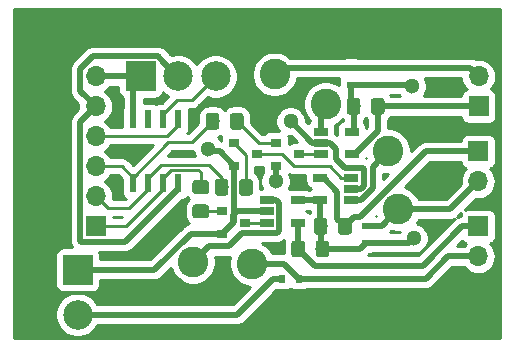
<source format=gbr>
G04 #@! TF.GenerationSoftware,KiCad,Pcbnew,(5.1.0)-1*
G04 #@! TF.CreationDate,2019-04-16T02:17:24+07:00*
G04 #@! TF.ProjectId,Bano,42616e6f-2e6b-4696-9361-645f70636258,rev?*
G04 #@! TF.SameCoordinates,Original*
G04 #@! TF.FileFunction,Copper,L1,Top*
G04 #@! TF.FilePolarity,Positive*
%FSLAX46Y46*%
G04 Gerber Fmt 4.6, Leading zero omitted, Abs format (unit mm)*
G04 Created by KiCad (PCBNEW (5.1.0)-1) date 2019-04-16 02:17:24*
%MOMM*%
%LPD*%
G04 APERTURE LIST*
%ADD10R,1.700000X1.700000*%
%ADD11O,1.700000X1.700000*%
%ADD12R,0.700000X0.600000*%
%ADD13R,0.600000X0.700000*%
%ADD14R,2.499360X2.499360*%
%ADD15C,2.499360*%
%ADD16C,2.600000*%
%ADD17R,0.900000X0.800000*%
%ADD18C,0.100000*%
%ADD19C,1.150000*%
%ADD20R,0.600000X1.550000*%
%ADD21R,1.220000X0.650000*%
%ADD22C,1.300000*%
%ADD23C,0.500000*%
%ADD24C,0.250000*%
%ADD25C,0.254000*%
G04 APERTURE END LIST*
D10*
X64770000Y-57150000D03*
D11*
X64770000Y-54610000D03*
X64770000Y-52070000D03*
X64770000Y-49530000D03*
X64770000Y-46990000D03*
X64770000Y-44450000D03*
D12*
X86360000Y-43750000D03*
X86360000Y-45150000D03*
X87630000Y-57150000D03*
X87630000Y-58550000D03*
D13*
X80580000Y-61595000D03*
X81980000Y-61595000D03*
D14*
X63246000Y-60833000D03*
D15*
X63246000Y-64643000D03*
D10*
X97205000Y-46990000D03*
D11*
X97205000Y-44450000D03*
X97155000Y-53340000D03*
D10*
X97155000Y-50800000D03*
X97155000Y-57150000D03*
D11*
X97155000Y-59690000D03*
D16*
X79924873Y-44290000D03*
X84255000Y-46790000D03*
X89535000Y-50800000D03*
X90403241Y-55724039D03*
X73025000Y-60150503D03*
X78021954Y-60325000D03*
D17*
X80026000Y-50104000D03*
X80026000Y-52004000D03*
X82026000Y-51054000D03*
X76470000Y-50104000D03*
X76470000Y-52004000D03*
X78470000Y-51054000D03*
X77438000Y-56830000D03*
X75438000Y-57780000D03*
X75438000Y-55880000D03*
D18*
G36*
X75016505Y-47561204D02*
G01*
X75040773Y-47564804D01*
X75064572Y-47570765D01*
X75087671Y-47579030D01*
X75109850Y-47589520D01*
X75130893Y-47602132D01*
X75150599Y-47616747D01*
X75168777Y-47633223D01*
X75185253Y-47651401D01*
X75199868Y-47671107D01*
X75212480Y-47692150D01*
X75222970Y-47714329D01*
X75231235Y-47737428D01*
X75237196Y-47761227D01*
X75240796Y-47785495D01*
X75242000Y-47809999D01*
X75242000Y-48710001D01*
X75240796Y-48734505D01*
X75237196Y-48758773D01*
X75231235Y-48782572D01*
X75222970Y-48805671D01*
X75212480Y-48827850D01*
X75199868Y-48848893D01*
X75185253Y-48868599D01*
X75168777Y-48886777D01*
X75150599Y-48903253D01*
X75130893Y-48917868D01*
X75109850Y-48930480D01*
X75087671Y-48940970D01*
X75064572Y-48949235D01*
X75040773Y-48955196D01*
X75016505Y-48958796D01*
X74992001Y-48960000D01*
X74341999Y-48960000D01*
X74317495Y-48958796D01*
X74293227Y-48955196D01*
X74269428Y-48949235D01*
X74246329Y-48940970D01*
X74224150Y-48930480D01*
X74203107Y-48917868D01*
X74183401Y-48903253D01*
X74165223Y-48886777D01*
X74148747Y-48868599D01*
X74134132Y-48848893D01*
X74121520Y-48827850D01*
X74111030Y-48805671D01*
X74102765Y-48782572D01*
X74096804Y-48758773D01*
X74093204Y-48734505D01*
X74092000Y-48710001D01*
X74092000Y-47809999D01*
X74093204Y-47785495D01*
X74096804Y-47761227D01*
X74102765Y-47737428D01*
X74111030Y-47714329D01*
X74121520Y-47692150D01*
X74134132Y-47671107D01*
X74148747Y-47651401D01*
X74165223Y-47633223D01*
X74183401Y-47616747D01*
X74203107Y-47602132D01*
X74224150Y-47589520D01*
X74246329Y-47579030D01*
X74269428Y-47570765D01*
X74293227Y-47564804D01*
X74317495Y-47561204D01*
X74341999Y-47560000D01*
X74992001Y-47560000D01*
X75016505Y-47561204D01*
X75016505Y-47561204D01*
G37*
D19*
X74667000Y-48260000D03*
D18*
G36*
X77066505Y-47561204D02*
G01*
X77090773Y-47564804D01*
X77114572Y-47570765D01*
X77137671Y-47579030D01*
X77159850Y-47589520D01*
X77180893Y-47602132D01*
X77200599Y-47616747D01*
X77218777Y-47633223D01*
X77235253Y-47651401D01*
X77249868Y-47671107D01*
X77262480Y-47692150D01*
X77272970Y-47714329D01*
X77281235Y-47737428D01*
X77287196Y-47761227D01*
X77290796Y-47785495D01*
X77292000Y-47809999D01*
X77292000Y-48710001D01*
X77290796Y-48734505D01*
X77287196Y-48758773D01*
X77281235Y-48782572D01*
X77272970Y-48805671D01*
X77262480Y-48827850D01*
X77249868Y-48848893D01*
X77235253Y-48868599D01*
X77218777Y-48886777D01*
X77200599Y-48903253D01*
X77180893Y-48917868D01*
X77159850Y-48930480D01*
X77137671Y-48940970D01*
X77114572Y-48949235D01*
X77090773Y-48955196D01*
X77066505Y-48958796D01*
X77042001Y-48960000D01*
X76391999Y-48960000D01*
X76367495Y-48958796D01*
X76343227Y-48955196D01*
X76319428Y-48949235D01*
X76296329Y-48940970D01*
X76274150Y-48930480D01*
X76253107Y-48917868D01*
X76233401Y-48903253D01*
X76215223Y-48886777D01*
X76198747Y-48868599D01*
X76184132Y-48848893D01*
X76171520Y-48827850D01*
X76161030Y-48805671D01*
X76152765Y-48782572D01*
X76146804Y-48758773D01*
X76143204Y-48734505D01*
X76142000Y-48710001D01*
X76142000Y-47809999D01*
X76143204Y-47785495D01*
X76146804Y-47761227D01*
X76152765Y-47737428D01*
X76161030Y-47714329D01*
X76171520Y-47692150D01*
X76184132Y-47671107D01*
X76198747Y-47651401D01*
X76215223Y-47633223D01*
X76233401Y-47616747D01*
X76253107Y-47602132D01*
X76274150Y-47589520D01*
X76296329Y-47579030D01*
X76319428Y-47570765D01*
X76343227Y-47564804D01*
X76367495Y-47561204D01*
X76391999Y-47560000D01*
X77042001Y-47560000D01*
X77066505Y-47561204D01*
X77066505Y-47561204D01*
G37*
D19*
X76717000Y-48260000D03*
D18*
G36*
X77837505Y-53149204D02*
G01*
X77861773Y-53152804D01*
X77885572Y-53158765D01*
X77908671Y-53167030D01*
X77930850Y-53177520D01*
X77951893Y-53190132D01*
X77971599Y-53204747D01*
X77989777Y-53221223D01*
X78006253Y-53239401D01*
X78020868Y-53259107D01*
X78033480Y-53280150D01*
X78043970Y-53302329D01*
X78052235Y-53325428D01*
X78058196Y-53349227D01*
X78061796Y-53373495D01*
X78063000Y-53397999D01*
X78063000Y-54298001D01*
X78061796Y-54322505D01*
X78058196Y-54346773D01*
X78052235Y-54370572D01*
X78043970Y-54393671D01*
X78033480Y-54415850D01*
X78020868Y-54436893D01*
X78006253Y-54456599D01*
X77989777Y-54474777D01*
X77971599Y-54491253D01*
X77951893Y-54505868D01*
X77930850Y-54518480D01*
X77908671Y-54528970D01*
X77885572Y-54537235D01*
X77861773Y-54543196D01*
X77837505Y-54546796D01*
X77813001Y-54548000D01*
X77162999Y-54548000D01*
X77138495Y-54546796D01*
X77114227Y-54543196D01*
X77090428Y-54537235D01*
X77067329Y-54528970D01*
X77045150Y-54518480D01*
X77024107Y-54505868D01*
X77004401Y-54491253D01*
X76986223Y-54474777D01*
X76969747Y-54456599D01*
X76955132Y-54436893D01*
X76942520Y-54415850D01*
X76932030Y-54393671D01*
X76923765Y-54370572D01*
X76917804Y-54346773D01*
X76914204Y-54322505D01*
X76913000Y-54298001D01*
X76913000Y-53397999D01*
X76914204Y-53373495D01*
X76917804Y-53349227D01*
X76923765Y-53325428D01*
X76932030Y-53302329D01*
X76942520Y-53280150D01*
X76955132Y-53259107D01*
X76969747Y-53239401D01*
X76986223Y-53221223D01*
X77004401Y-53204747D01*
X77024107Y-53190132D01*
X77045150Y-53177520D01*
X77067329Y-53167030D01*
X77090428Y-53158765D01*
X77114227Y-53152804D01*
X77138495Y-53149204D01*
X77162999Y-53148000D01*
X77813001Y-53148000D01*
X77837505Y-53149204D01*
X77837505Y-53149204D01*
G37*
D19*
X77488000Y-53848000D03*
D18*
G36*
X75787505Y-53149204D02*
G01*
X75811773Y-53152804D01*
X75835572Y-53158765D01*
X75858671Y-53167030D01*
X75880850Y-53177520D01*
X75901893Y-53190132D01*
X75921599Y-53204747D01*
X75939777Y-53221223D01*
X75956253Y-53239401D01*
X75970868Y-53259107D01*
X75983480Y-53280150D01*
X75993970Y-53302329D01*
X76002235Y-53325428D01*
X76008196Y-53349227D01*
X76011796Y-53373495D01*
X76013000Y-53397999D01*
X76013000Y-54298001D01*
X76011796Y-54322505D01*
X76008196Y-54346773D01*
X76002235Y-54370572D01*
X75993970Y-54393671D01*
X75983480Y-54415850D01*
X75970868Y-54436893D01*
X75956253Y-54456599D01*
X75939777Y-54474777D01*
X75921599Y-54491253D01*
X75901893Y-54505868D01*
X75880850Y-54518480D01*
X75858671Y-54528970D01*
X75835572Y-54537235D01*
X75811773Y-54543196D01*
X75787505Y-54546796D01*
X75763001Y-54548000D01*
X75112999Y-54548000D01*
X75088495Y-54546796D01*
X75064227Y-54543196D01*
X75040428Y-54537235D01*
X75017329Y-54528970D01*
X74995150Y-54518480D01*
X74974107Y-54505868D01*
X74954401Y-54491253D01*
X74936223Y-54474777D01*
X74919747Y-54456599D01*
X74905132Y-54436893D01*
X74892520Y-54415850D01*
X74882030Y-54393671D01*
X74873765Y-54370572D01*
X74867804Y-54346773D01*
X74864204Y-54322505D01*
X74863000Y-54298001D01*
X74863000Y-53397999D01*
X74864204Y-53373495D01*
X74867804Y-53349227D01*
X74873765Y-53325428D01*
X74882030Y-53302329D01*
X74892520Y-53280150D01*
X74905132Y-53259107D01*
X74919747Y-53239401D01*
X74936223Y-53221223D01*
X74954401Y-53204747D01*
X74974107Y-53190132D01*
X74995150Y-53177520D01*
X75017329Y-53167030D01*
X75040428Y-53158765D01*
X75064227Y-53152804D01*
X75088495Y-53149204D01*
X75112999Y-53148000D01*
X75763001Y-53148000D01*
X75787505Y-53149204D01*
X75787505Y-53149204D01*
G37*
D19*
X75438000Y-53848000D03*
D18*
G36*
X74134505Y-55306204D02*
G01*
X74158773Y-55309804D01*
X74182572Y-55315765D01*
X74205671Y-55324030D01*
X74227850Y-55334520D01*
X74248893Y-55347132D01*
X74268599Y-55361747D01*
X74286777Y-55378223D01*
X74303253Y-55396401D01*
X74317868Y-55416107D01*
X74330480Y-55437150D01*
X74340970Y-55459329D01*
X74349235Y-55482428D01*
X74355196Y-55506227D01*
X74358796Y-55530495D01*
X74360000Y-55554999D01*
X74360000Y-56205001D01*
X74358796Y-56229505D01*
X74355196Y-56253773D01*
X74349235Y-56277572D01*
X74340970Y-56300671D01*
X74330480Y-56322850D01*
X74317868Y-56343893D01*
X74303253Y-56363599D01*
X74286777Y-56381777D01*
X74268599Y-56398253D01*
X74248893Y-56412868D01*
X74227850Y-56425480D01*
X74205671Y-56435970D01*
X74182572Y-56444235D01*
X74158773Y-56450196D01*
X74134505Y-56453796D01*
X74110001Y-56455000D01*
X73209999Y-56455000D01*
X73185495Y-56453796D01*
X73161227Y-56450196D01*
X73137428Y-56444235D01*
X73114329Y-56435970D01*
X73092150Y-56425480D01*
X73071107Y-56412868D01*
X73051401Y-56398253D01*
X73033223Y-56381777D01*
X73016747Y-56363599D01*
X73002132Y-56343893D01*
X72989520Y-56322850D01*
X72979030Y-56300671D01*
X72970765Y-56277572D01*
X72964804Y-56253773D01*
X72961204Y-56229505D01*
X72960000Y-56205001D01*
X72960000Y-55554999D01*
X72961204Y-55530495D01*
X72964804Y-55506227D01*
X72970765Y-55482428D01*
X72979030Y-55459329D01*
X72989520Y-55437150D01*
X73002132Y-55416107D01*
X73016747Y-55396401D01*
X73033223Y-55378223D01*
X73051401Y-55361747D01*
X73071107Y-55347132D01*
X73092150Y-55334520D01*
X73114329Y-55324030D01*
X73137428Y-55315765D01*
X73161227Y-55309804D01*
X73185495Y-55306204D01*
X73209999Y-55305000D01*
X74110001Y-55305000D01*
X74134505Y-55306204D01*
X74134505Y-55306204D01*
G37*
D19*
X73660000Y-55880000D03*
D18*
G36*
X74134505Y-53256204D02*
G01*
X74158773Y-53259804D01*
X74182572Y-53265765D01*
X74205671Y-53274030D01*
X74227850Y-53284520D01*
X74248893Y-53297132D01*
X74268599Y-53311747D01*
X74286777Y-53328223D01*
X74303253Y-53346401D01*
X74317868Y-53366107D01*
X74330480Y-53387150D01*
X74340970Y-53409329D01*
X74349235Y-53432428D01*
X74355196Y-53456227D01*
X74358796Y-53480495D01*
X74360000Y-53504999D01*
X74360000Y-54155001D01*
X74358796Y-54179505D01*
X74355196Y-54203773D01*
X74349235Y-54227572D01*
X74340970Y-54250671D01*
X74330480Y-54272850D01*
X74317868Y-54293893D01*
X74303253Y-54313599D01*
X74286777Y-54331777D01*
X74268599Y-54348253D01*
X74248893Y-54362868D01*
X74227850Y-54375480D01*
X74205671Y-54385970D01*
X74182572Y-54394235D01*
X74158773Y-54400196D01*
X74134505Y-54403796D01*
X74110001Y-54405000D01*
X73209999Y-54405000D01*
X73185495Y-54403796D01*
X73161227Y-54400196D01*
X73137428Y-54394235D01*
X73114329Y-54385970D01*
X73092150Y-54375480D01*
X73071107Y-54362868D01*
X73051401Y-54348253D01*
X73033223Y-54331777D01*
X73016747Y-54313599D01*
X73002132Y-54293893D01*
X72989520Y-54272850D01*
X72979030Y-54250671D01*
X72970765Y-54227572D01*
X72964804Y-54203773D01*
X72961204Y-54179505D01*
X72960000Y-54155001D01*
X72960000Y-53504999D01*
X72961204Y-53480495D01*
X72964804Y-53456227D01*
X72970765Y-53432428D01*
X72979030Y-53409329D01*
X72989520Y-53387150D01*
X73002132Y-53366107D01*
X73016747Y-53346401D01*
X73033223Y-53328223D01*
X73051401Y-53311747D01*
X73071107Y-53297132D01*
X73092150Y-53284520D01*
X73114329Y-53274030D01*
X73137428Y-53265765D01*
X73161227Y-53259804D01*
X73185495Y-53256204D01*
X73209999Y-53255000D01*
X74110001Y-53255000D01*
X74134505Y-53256204D01*
X74134505Y-53256204D01*
G37*
D19*
X73660000Y-53830000D03*
D18*
G36*
X89004505Y-46291204D02*
G01*
X89028773Y-46294804D01*
X89052572Y-46300765D01*
X89075671Y-46309030D01*
X89097850Y-46319520D01*
X89118893Y-46332132D01*
X89138599Y-46346747D01*
X89156777Y-46363223D01*
X89173253Y-46381401D01*
X89187868Y-46401107D01*
X89200480Y-46422150D01*
X89210970Y-46444329D01*
X89219235Y-46467428D01*
X89225196Y-46491227D01*
X89228796Y-46515495D01*
X89230000Y-46539999D01*
X89230000Y-47440001D01*
X89228796Y-47464505D01*
X89225196Y-47488773D01*
X89219235Y-47512572D01*
X89210970Y-47535671D01*
X89200480Y-47557850D01*
X89187868Y-47578893D01*
X89173253Y-47598599D01*
X89156777Y-47616777D01*
X89138599Y-47633253D01*
X89118893Y-47647868D01*
X89097850Y-47660480D01*
X89075671Y-47670970D01*
X89052572Y-47679235D01*
X89028773Y-47685196D01*
X89004505Y-47688796D01*
X88980001Y-47690000D01*
X88329999Y-47690000D01*
X88305495Y-47688796D01*
X88281227Y-47685196D01*
X88257428Y-47679235D01*
X88234329Y-47670970D01*
X88212150Y-47660480D01*
X88191107Y-47647868D01*
X88171401Y-47633253D01*
X88153223Y-47616777D01*
X88136747Y-47598599D01*
X88122132Y-47578893D01*
X88109520Y-47557850D01*
X88099030Y-47535671D01*
X88090765Y-47512572D01*
X88084804Y-47488773D01*
X88081204Y-47464505D01*
X88080000Y-47440001D01*
X88080000Y-46539999D01*
X88081204Y-46515495D01*
X88084804Y-46491227D01*
X88090765Y-46467428D01*
X88099030Y-46444329D01*
X88109520Y-46422150D01*
X88122132Y-46401107D01*
X88136747Y-46381401D01*
X88153223Y-46363223D01*
X88171401Y-46346747D01*
X88191107Y-46332132D01*
X88212150Y-46319520D01*
X88234329Y-46309030D01*
X88257428Y-46300765D01*
X88281227Y-46294804D01*
X88305495Y-46291204D01*
X88329999Y-46290000D01*
X88980001Y-46290000D01*
X89004505Y-46291204D01*
X89004505Y-46291204D01*
G37*
D19*
X88655000Y-46990000D03*
D18*
G36*
X86954505Y-46291204D02*
G01*
X86978773Y-46294804D01*
X87002572Y-46300765D01*
X87025671Y-46309030D01*
X87047850Y-46319520D01*
X87068893Y-46332132D01*
X87088599Y-46346747D01*
X87106777Y-46363223D01*
X87123253Y-46381401D01*
X87137868Y-46401107D01*
X87150480Y-46422150D01*
X87160970Y-46444329D01*
X87169235Y-46467428D01*
X87175196Y-46491227D01*
X87178796Y-46515495D01*
X87180000Y-46539999D01*
X87180000Y-47440001D01*
X87178796Y-47464505D01*
X87175196Y-47488773D01*
X87169235Y-47512572D01*
X87160970Y-47535671D01*
X87150480Y-47557850D01*
X87137868Y-47578893D01*
X87123253Y-47598599D01*
X87106777Y-47616777D01*
X87088599Y-47633253D01*
X87068893Y-47647868D01*
X87047850Y-47660480D01*
X87025671Y-47670970D01*
X87002572Y-47679235D01*
X86978773Y-47685196D01*
X86954505Y-47688796D01*
X86930001Y-47690000D01*
X86279999Y-47690000D01*
X86255495Y-47688796D01*
X86231227Y-47685196D01*
X86207428Y-47679235D01*
X86184329Y-47670970D01*
X86162150Y-47660480D01*
X86141107Y-47647868D01*
X86121401Y-47633253D01*
X86103223Y-47616777D01*
X86086747Y-47598599D01*
X86072132Y-47578893D01*
X86059520Y-47557850D01*
X86049030Y-47535671D01*
X86040765Y-47512572D01*
X86034804Y-47488773D01*
X86031204Y-47464505D01*
X86030000Y-47440001D01*
X86030000Y-46539999D01*
X86031204Y-46515495D01*
X86034804Y-46491227D01*
X86040765Y-46467428D01*
X86049030Y-46444329D01*
X86059520Y-46422150D01*
X86072132Y-46401107D01*
X86086747Y-46381401D01*
X86103223Y-46363223D01*
X86121401Y-46346747D01*
X86141107Y-46332132D01*
X86162150Y-46319520D01*
X86184329Y-46309030D01*
X86207428Y-46300765D01*
X86231227Y-46294804D01*
X86255495Y-46291204D01*
X86279999Y-46290000D01*
X86930001Y-46290000D01*
X86954505Y-46291204D01*
X86954505Y-46291204D01*
G37*
D19*
X86605000Y-46990000D03*
D18*
G36*
X84169505Y-56451204D02*
G01*
X84193773Y-56454804D01*
X84217572Y-56460765D01*
X84240671Y-56469030D01*
X84262850Y-56479520D01*
X84283893Y-56492132D01*
X84303599Y-56506747D01*
X84321777Y-56523223D01*
X84338253Y-56541401D01*
X84352868Y-56561107D01*
X84365480Y-56582150D01*
X84375970Y-56604329D01*
X84384235Y-56627428D01*
X84390196Y-56651227D01*
X84393796Y-56675495D01*
X84395000Y-56699999D01*
X84395000Y-57600001D01*
X84393796Y-57624505D01*
X84390196Y-57648773D01*
X84384235Y-57672572D01*
X84375970Y-57695671D01*
X84365480Y-57717850D01*
X84352868Y-57738893D01*
X84338253Y-57758599D01*
X84321777Y-57776777D01*
X84303599Y-57793253D01*
X84283893Y-57807868D01*
X84262850Y-57820480D01*
X84240671Y-57830970D01*
X84217572Y-57839235D01*
X84193773Y-57845196D01*
X84169505Y-57848796D01*
X84145001Y-57850000D01*
X83494999Y-57850000D01*
X83470495Y-57848796D01*
X83446227Y-57845196D01*
X83422428Y-57839235D01*
X83399329Y-57830970D01*
X83377150Y-57820480D01*
X83356107Y-57807868D01*
X83336401Y-57793253D01*
X83318223Y-57776777D01*
X83301747Y-57758599D01*
X83287132Y-57738893D01*
X83274520Y-57717850D01*
X83264030Y-57695671D01*
X83255765Y-57672572D01*
X83249804Y-57648773D01*
X83246204Y-57624505D01*
X83245000Y-57600001D01*
X83245000Y-56699999D01*
X83246204Y-56675495D01*
X83249804Y-56651227D01*
X83255765Y-56627428D01*
X83264030Y-56604329D01*
X83274520Y-56582150D01*
X83287132Y-56561107D01*
X83301747Y-56541401D01*
X83318223Y-56523223D01*
X83336401Y-56506747D01*
X83356107Y-56492132D01*
X83377150Y-56479520D01*
X83399329Y-56469030D01*
X83422428Y-56460765D01*
X83446227Y-56454804D01*
X83470495Y-56451204D01*
X83494999Y-56450000D01*
X84145001Y-56450000D01*
X84169505Y-56451204D01*
X84169505Y-56451204D01*
G37*
D19*
X83820000Y-57150000D03*
D18*
G36*
X86219505Y-56451204D02*
G01*
X86243773Y-56454804D01*
X86267572Y-56460765D01*
X86290671Y-56469030D01*
X86312850Y-56479520D01*
X86333893Y-56492132D01*
X86353599Y-56506747D01*
X86371777Y-56523223D01*
X86388253Y-56541401D01*
X86402868Y-56561107D01*
X86415480Y-56582150D01*
X86425970Y-56604329D01*
X86434235Y-56627428D01*
X86440196Y-56651227D01*
X86443796Y-56675495D01*
X86445000Y-56699999D01*
X86445000Y-57600001D01*
X86443796Y-57624505D01*
X86440196Y-57648773D01*
X86434235Y-57672572D01*
X86425970Y-57695671D01*
X86415480Y-57717850D01*
X86402868Y-57738893D01*
X86388253Y-57758599D01*
X86371777Y-57776777D01*
X86353599Y-57793253D01*
X86333893Y-57807868D01*
X86312850Y-57820480D01*
X86290671Y-57830970D01*
X86267572Y-57839235D01*
X86243773Y-57845196D01*
X86219505Y-57848796D01*
X86195001Y-57850000D01*
X85544999Y-57850000D01*
X85520495Y-57848796D01*
X85496227Y-57845196D01*
X85472428Y-57839235D01*
X85449329Y-57830970D01*
X85427150Y-57820480D01*
X85406107Y-57807868D01*
X85386401Y-57793253D01*
X85368223Y-57776777D01*
X85351747Y-57758599D01*
X85337132Y-57738893D01*
X85324520Y-57717850D01*
X85314030Y-57695671D01*
X85305765Y-57672572D01*
X85299804Y-57648773D01*
X85296204Y-57624505D01*
X85295000Y-57600001D01*
X85295000Y-56699999D01*
X85296204Y-56675495D01*
X85299804Y-56651227D01*
X85305765Y-56627428D01*
X85314030Y-56604329D01*
X85324520Y-56582150D01*
X85337132Y-56561107D01*
X85351747Y-56541401D01*
X85368223Y-56523223D01*
X85386401Y-56506747D01*
X85406107Y-56492132D01*
X85427150Y-56479520D01*
X85449329Y-56469030D01*
X85472428Y-56460765D01*
X85496227Y-56454804D01*
X85520495Y-56451204D01*
X85544999Y-56450000D01*
X86195001Y-56450000D01*
X86219505Y-56451204D01*
X86219505Y-56451204D01*
G37*
D19*
X85870000Y-57150000D03*
D18*
G36*
X84314505Y-58356204D02*
G01*
X84338773Y-58359804D01*
X84362572Y-58365765D01*
X84385671Y-58374030D01*
X84407850Y-58384520D01*
X84428893Y-58397132D01*
X84448599Y-58411747D01*
X84466777Y-58428223D01*
X84483253Y-58446401D01*
X84497868Y-58466107D01*
X84510480Y-58487150D01*
X84520970Y-58509329D01*
X84529235Y-58532428D01*
X84535196Y-58556227D01*
X84538796Y-58580495D01*
X84540000Y-58604999D01*
X84540000Y-59505001D01*
X84538796Y-59529505D01*
X84535196Y-59553773D01*
X84529235Y-59577572D01*
X84520970Y-59600671D01*
X84510480Y-59622850D01*
X84497868Y-59643893D01*
X84483253Y-59663599D01*
X84466777Y-59681777D01*
X84448599Y-59698253D01*
X84428893Y-59712868D01*
X84407850Y-59725480D01*
X84385671Y-59735970D01*
X84362572Y-59744235D01*
X84338773Y-59750196D01*
X84314505Y-59753796D01*
X84290001Y-59755000D01*
X83639999Y-59755000D01*
X83615495Y-59753796D01*
X83591227Y-59750196D01*
X83567428Y-59744235D01*
X83544329Y-59735970D01*
X83522150Y-59725480D01*
X83501107Y-59712868D01*
X83481401Y-59698253D01*
X83463223Y-59681777D01*
X83446747Y-59663599D01*
X83432132Y-59643893D01*
X83419520Y-59622850D01*
X83409030Y-59600671D01*
X83400765Y-59577572D01*
X83394804Y-59553773D01*
X83391204Y-59529505D01*
X83390000Y-59505001D01*
X83390000Y-58604999D01*
X83391204Y-58580495D01*
X83394804Y-58556227D01*
X83400765Y-58532428D01*
X83409030Y-58509329D01*
X83419520Y-58487150D01*
X83432132Y-58466107D01*
X83446747Y-58446401D01*
X83463223Y-58428223D01*
X83481401Y-58411747D01*
X83501107Y-58397132D01*
X83522150Y-58384520D01*
X83544329Y-58374030D01*
X83567428Y-58365765D01*
X83591227Y-58359804D01*
X83615495Y-58356204D01*
X83639999Y-58355000D01*
X84290001Y-58355000D01*
X84314505Y-58356204D01*
X84314505Y-58356204D01*
G37*
D19*
X83965000Y-59055000D03*
D18*
G36*
X82264505Y-58356204D02*
G01*
X82288773Y-58359804D01*
X82312572Y-58365765D01*
X82335671Y-58374030D01*
X82357850Y-58384520D01*
X82378893Y-58397132D01*
X82398599Y-58411747D01*
X82416777Y-58428223D01*
X82433253Y-58446401D01*
X82447868Y-58466107D01*
X82460480Y-58487150D01*
X82470970Y-58509329D01*
X82479235Y-58532428D01*
X82485196Y-58556227D01*
X82488796Y-58580495D01*
X82490000Y-58604999D01*
X82490000Y-59505001D01*
X82488796Y-59529505D01*
X82485196Y-59553773D01*
X82479235Y-59577572D01*
X82470970Y-59600671D01*
X82460480Y-59622850D01*
X82447868Y-59643893D01*
X82433253Y-59663599D01*
X82416777Y-59681777D01*
X82398599Y-59698253D01*
X82378893Y-59712868D01*
X82357850Y-59725480D01*
X82335671Y-59735970D01*
X82312572Y-59744235D01*
X82288773Y-59750196D01*
X82264505Y-59753796D01*
X82240001Y-59755000D01*
X81589999Y-59755000D01*
X81565495Y-59753796D01*
X81541227Y-59750196D01*
X81517428Y-59744235D01*
X81494329Y-59735970D01*
X81472150Y-59725480D01*
X81451107Y-59712868D01*
X81431401Y-59698253D01*
X81413223Y-59681777D01*
X81396747Y-59663599D01*
X81382132Y-59643893D01*
X81369520Y-59622850D01*
X81359030Y-59600671D01*
X81350765Y-59577572D01*
X81344804Y-59553773D01*
X81341204Y-59529505D01*
X81340000Y-59505001D01*
X81340000Y-58604999D01*
X81341204Y-58580495D01*
X81344804Y-58556227D01*
X81350765Y-58532428D01*
X81359030Y-58509329D01*
X81369520Y-58487150D01*
X81382132Y-58466107D01*
X81396747Y-58446401D01*
X81413223Y-58428223D01*
X81431401Y-58411747D01*
X81451107Y-58397132D01*
X81472150Y-58384520D01*
X81494329Y-58374030D01*
X81517428Y-58365765D01*
X81541227Y-58359804D01*
X81565495Y-58356204D01*
X81589999Y-58355000D01*
X82240001Y-58355000D01*
X82264505Y-58356204D01*
X82264505Y-58356204D01*
G37*
D19*
X81915000Y-59055000D03*
D20*
X71755000Y-48100000D03*
X70485000Y-48100000D03*
X69215000Y-48100000D03*
X67945000Y-48100000D03*
X67945000Y-53500000D03*
X69215000Y-53500000D03*
X70485000Y-53500000D03*
X71755000Y-53500000D03*
D21*
X86440000Y-49154000D03*
X86440000Y-51054000D03*
X83820000Y-51054000D03*
X83820000Y-50104000D03*
X83820000Y-49154000D03*
X86400000Y-54925000D03*
X86400000Y-53975000D03*
X86400000Y-53025000D03*
X83780000Y-53025000D03*
X83780000Y-54925000D03*
X79248000Y-54930000D03*
X79248000Y-55880000D03*
X79248000Y-56830000D03*
X81868000Y-56830000D03*
X81868000Y-54930000D03*
D14*
X68580000Y-44450000D03*
D15*
X71755000Y-44450000D03*
X74930000Y-44450000D03*
D22*
X91540000Y-45285000D03*
X91694012Y-58166000D03*
X80010000Y-53340000D03*
X81280000Y-48260000D03*
X74295000Y-50600000D03*
D23*
X86360000Y-46745000D02*
X86605000Y-46990000D01*
X86360000Y-45150000D02*
X86360000Y-46745000D01*
X86605000Y-48989000D02*
X86440000Y-49154000D01*
X86605000Y-46990000D02*
X86605000Y-48989000D01*
X83775000Y-54930000D02*
X83780000Y-54925000D01*
X81868000Y-54930000D02*
X83775000Y-54930000D01*
X83780000Y-57110000D02*
X83820000Y-57150000D01*
X83780000Y-54925000D02*
X83780000Y-57110000D01*
X87580000Y-58550000D02*
X87630000Y-58550000D01*
X83820000Y-58910000D02*
X83965000Y-59055000D01*
X83820000Y-57150000D02*
X83820000Y-58910000D01*
X87125000Y-59055000D02*
X87630000Y-58550000D01*
X83965000Y-59055000D02*
X87125000Y-59055000D01*
X86360000Y-45150000D02*
X91375000Y-45150000D01*
X91375000Y-45150000D02*
X91440000Y-45085000D01*
X87630000Y-58550000D02*
X91310012Y-58550000D01*
X91310012Y-58550000D02*
X91694012Y-58166000D01*
X65013314Y-64643000D02*
X63246000Y-64643000D01*
X76732000Y-64643000D02*
X65013314Y-64643000D01*
X79780000Y-61595000D02*
X76732000Y-64643000D01*
X80580000Y-61595000D02*
X79780000Y-61595000D01*
X64770000Y-44450000D02*
X68580000Y-44450000D01*
X67945000Y-45085000D02*
X68580000Y-44450000D01*
X67945000Y-48100000D02*
X67945000Y-45085000D01*
X76388000Y-56880000D02*
X75488000Y-57780000D01*
X76388000Y-56219998D02*
X76388000Y-56880000D01*
X76727998Y-55880000D02*
X76388000Y-56219998D01*
X79248000Y-55880000D02*
X76727998Y-55880000D01*
X75488000Y-57780000D02*
X75438000Y-57780000D01*
X76463000Y-56805000D02*
X75488000Y-57780000D01*
X76463000Y-52911000D02*
X76463000Y-56805000D01*
X76470000Y-52904000D02*
X76463000Y-52911000D01*
X76470000Y-52004000D02*
X76470000Y-52904000D01*
X80026000Y-52004000D02*
X80026000Y-53324000D01*
X80026000Y-53324000D02*
X80010000Y-53340000D01*
X87460001Y-52339999D02*
X87460001Y-53710001D01*
X87460001Y-53710001D02*
X87195002Y-53975000D01*
X87370001Y-52249999D02*
X87460001Y-52339999D01*
X85090000Y-51435000D02*
X85904999Y-52249999D01*
X85090000Y-50578998D02*
X85090000Y-51435000D01*
X84615002Y-50104000D02*
X85090000Y-50578998D01*
X87195002Y-53975000D02*
X86400000Y-53975000D01*
X85904999Y-52249999D02*
X87370001Y-52249999D01*
X83820000Y-50104000D02*
X84615002Y-50104000D01*
X83820000Y-50104000D02*
X83124000Y-50104000D01*
X83124000Y-50104000D02*
X81280000Y-48260000D01*
X74295000Y-50800000D02*
X75266000Y-50800000D01*
X75266000Y-50800000D02*
X76470000Y-52004000D01*
X74488000Y-57780000D02*
X75438000Y-57780000D01*
X72805501Y-57780000D02*
X74488000Y-57780000D01*
X69752501Y-60833000D02*
X72805501Y-57780000D01*
X63246000Y-60833000D02*
X69752501Y-60833000D01*
X70505321Y-43200321D02*
X71755000Y-44450000D01*
X70055319Y-42750319D02*
X70505321Y-43200321D01*
X64545679Y-42750319D02*
X70055319Y-42750319D01*
X63469999Y-43825999D02*
X64545679Y-42750319D01*
X63469999Y-45689999D02*
X63469999Y-43825999D01*
X64770000Y-46990000D02*
X63469999Y-45689999D01*
X63920001Y-47839999D02*
X64770000Y-46990000D01*
X63469999Y-48290001D02*
X63920001Y-47839999D01*
X63469999Y-58360001D02*
X63469999Y-48290001D01*
X63559999Y-58450001D02*
X63469999Y-58360001D01*
X67279999Y-58450001D02*
X63559999Y-58450001D01*
X71755000Y-53975000D02*
X67279999Y-58450001D01*
X71755000Y-53500000D02*
X71755000Y-53975000D01*
X83820000Y-47225000D02*
X84255000Y-46790000D01*
X83820000Y-49154000D02*
X83820000Y-47225000D01*
X88235001Y-52099999D02*
X89535000Y-50800000D01*
X88235001Y-53924964D02*
X88235001Y-52099999D01*
X87234965Y-54925000D02*
X88235001Y-53924964D01*
X86400000Y-54925000D02*
X87234965Y-54925000D01*
X74324999Y-58850504D02*
X73025000Y-60150503D01*
X76027498Y-58850504D02*
X74324999Y-58850504D01*
X77198001Y-57680001D02*
X76027498Y-58850504D01*
X80143001Y-57680001D02*
X77198001Y-57680001D01*
X80308001Y-57515001D02*
X80143001Y-57680001D01*
X80308001Y-55194999D02*
X80308001Y-57515001D01*
X80043002Y-54930000D02*
X80308001Y-55194999D01*
X79248000Y-54930000D02*
X80043002Y-54930000D01*
D24*
X78561000Y-50104000D02*
X80026000Y-50104000D01*
X76717000Y-48260000D02*
X78561000Y-50104000D01*
X77488000Y-53048000D02*
X77488000Y-53848000D01*
X77488000Y-51072000D02*
X77488000Y-53048000D01*
X76520000Y-50104000D02*
X77488000Y-51072000D01*
X76470000Y-50104000D02*
X76520000Y-50104000D01*
X73660000Y-55880000D02*
X75438000Y-55880000D01*
D23*
X96505000Y-43750000D02*
X97205000Y-44450000D01*
X86360000Y-43750000D02*
X96505000Y-43750000D01*
X80464873Y-43750000D02*
X79924873Y-44290000D01*
X86360000Y-43750000D02*
X80464873Y-43750000D01*
X94770961Y-55724039D02*
X97155000Y-53340000D01*
X90403241Y-55724039D02*
X94770961Y-55724039D01*
X88977280Y-57150000D02*
X90403241Y-55724039D01*
X87630000Y-57150000D02*
X88977280Y-57150000D01*
X77782457Y-60260000D02*
X78021954Y-60499497D01*
X80710000Y-60325000D02*
X81980000Y-61595000D01*
X78021954Y-60325000D02*
X80710000Y-60325000D01*
X81980000Y-61595000D02*
X92710000Y-61595000D01*
X94615000Y-59690000D02*
X97155000Y-59690000D01*
X92710000Y-61595000D02*
X94615000Y-59690000D01*
X88655000Y-47790000D02*
X88655000Y-46990000D01*
X88655000Y-49124000D02*
X88655000Y-47790000D01*
X86725000Y-51054000D02*
X88655000Y-49124000D01*
X86440000Y-51054000D02*
X86725000Y-51054000D01*
X88655000Y-46990000D02*
X97205000Y-46990000D01*
X85246628Y-56526628D02*
X85870000Y-57150000D01*
X85246628Y-54206628D02*
X85246628Y-56526628D01*
X84065000Y-53025000D02*
X85246628Y-54206628D01*
X83780000Y-53025000D02*
X84065000Y-53025000D01*
X95805000Y-50800000D02*
X97155000Y-50800000D01*
X92737278Y-50800000D02*
X95805000Y-50800000D01*
X87137279Y-56399999D02*
X92737278Y-50800000D01*
X86620001Y-56399999D02*
X87137279Y-56399999D01*
X85870000Y-57150000D02*
X86620001Y-56399999D01*
X81868000Y-59008000D02*
X81915000Y-59055000D01*
X81868000Y-56830000D02*
X81868000Y-59008000D01*
X83365027Y-60505027D02*
X92449973Y-60505027D01*
X92449973Y-60505027D02*
X95805000Y-57150000D01*
X81915000Y-59055000D02*
X83365027Y-60505027D01*
X95805000Y-57150000D02*
X97155000Y-57150000D01*
D24*
X82026000Y-51054000D02*
X83820000Y-51054000D01*
X85540000Y-53025000D02*
X86400000Y-53025000D01*
X84585000Y-52070000D02*
X85540000Y-53025000D01*
X81527002Y-52070000D02*
X84585000Y-52070000D01*
X80511002Y-51054000D02*
X81527002Y-52070000D01*
X78470000Y-51054000D02*
X80511002Y-51054000D01*
X77438000Y-56830000D02*
X79248000Y-56830000D01*
X64770000Y-54610000D02*
X65786000Y-55626000D01*
X69215000Y-53975000D02*
X69215000Y-53500000D01*
X67564000Y-55626000D02*
X69215000Y-53975000D01*
X65786000Y-55626000D02*
X67564000Y-55626000D01*
X75438000Y-53048000D02*
X75438000Y-53848000D01*
X74339989Y-51949989D02*
X75438000Y-53048000D01*
X70290011Y-51949989D02*
X74339989Y-51949989D01*
X69215000Y-53025000D02*
X70290011Y-51949989D01*
X69215000Y-53500000D02*
X69215000Y-53025000D01*
X70485000Y-53975000D02*
X70485000Y-53500000D01*
X67310000Y-57150000D02*
X70485000Y-53975000D01*
X64770000Y-57150000D02*
X67310000Y-57150000D01*
X71110001Y-52399999D02*
X73472999Y-52399999D01*
X70485000Y-53025000D02*
X71110001Y-52399999D01*
X70485000Y-53500000D02*
X70485000Y-53025000D01*
X73660000Y-52587000D02*
X73660000Y-53830000D01*
X73472999Y-52399999D02*
X73660000Y-52587000D01*
X71755000Y-48575000D02*
X71755000Y-48100000D01*
X70800000Y-49530000D02*
X71755000Y-48575000D01*
X64770000Y-49530000D02*
X70800000Y-49530000D01*
X67945000Y-53025000D02*
X67945000Y-53500000D01*
X66990000Y-52070000D02*
X67945000Y-53025000D01*
X64770000Y-52070000D02*
X66990000Y-52070000D01*
X67945000Y-53025000D02*
X70932000Y-50038000D01*
X72889000Y-50038000D02*
X74667000Y-48260000D01*
X70932000Y-50038000D02*
X72889000Y-50038000D01*
X74930000Y-44450000D02*
X72898000Y-46482000D01*
X72898000Y-46482000D02*
X71628000Y-46482000D01*
X70485000Y-47625000D02*
X70485000Y-48100000D01*
X71628000Y-46482000D02*
X70485000Y-47625000D01*
D25*
G36*
X99010001Y-66625000D02*
G01*
X57835000Y-66625000D01*
X57835000Y-59583320D01*
X61358248Y-59583320D01*
X61358248Y-62082680D01*
X61370508Y-62207162D01*
X61406818Y-62326860D01*
X61465783Y-62437174D01*
X61545135Y-62533865D01*
X61641826Y-62613217D01*
X61752140Y-62672182D01*
X61871838Y-62708492D01*
X61996320Y-62720752D01*
X64495680Y-62720752D01*
X64620162Y-62708492D01*
X64739860Y-62672182D01*
X64850174Y-62613217D01*
X64946865Y-62533865D01*
X65026217Y-62437174D01*
X65085182Y-62326860D01*
X65121492Y-62207162D01*
X65133752Y-62082680D01*
X65133752Y-61718000D01*
X69709032Y-61718000D01*
X69752501Y-61722281D01*
X69795970Y-61718000D01*
X69795978Y-61718000D01*
X69925991Y-61705195D01*
X70092814Y-61654589D01*
X70246560Y-61572411D01*
X70381318Y-61461817D01*
X70409035Y-61428044D01*
X71157359Y-60679720D01*
X71164361Y-60714922D01*
X71310225Y-61067069D01*
X71521987Y-61383994D01*
X71791509Y-61653516D01*
X72108434Y-61865278D01*
X72460581Y-62011142D01*
X72834419Y-62085503D01*
X73215581Y-62085503D01*
X73589419Y-62011142D01*
X73941566Y-61865278D01*
X74258491Y-61653516D01*
X74528013Y-61383994D01*
X74739775Y-61067069D01*
X74885639Y-60714922D01*
X74960000Y-60341084D01*
X74960000Y-59959922D01*
X74915360Y-59735504D01*
X75984029Y-59735504D01*
X76027498Y-59739785D01*
X76070967Y-59735504D01*
X76070975Y-59735504D01*
X76175986Y-59725161D01*
X76161315Y-59760581D01*
X76086954Y-60134419D01*
X76086954Y-60515581D01*
X76161315Y-60889419D01*
X76307179Y-61241566D01*
X76518941Y-61558491D01*
X76788463Y-61828013D01*
X77105388Y-62039775D01*
X77457535Y-62185639D01*
X77831373Y-62260000D01*
X77863421Y-62260000D01*
X76365422Y-63758000D01*
X64919384Y-63758000D01*
X64916182Y-63750269D01*
X64709926Y-63441587D01*
X64447413Y-63179074D01*
X64138731Y-62972818D01*
X63795741Y-62830747D01*
X63431625Y-62758320D01*
X63060375Y-62758320D01*
X62696259Y-62830747D01*
X62353269Y-62972818D01*
X62044587Y-63179074D01*
X61782074Y-63441587D01*
X61575818Y-63750269D01*
X61433747Y-64093259D01*
X61361320Y-64457375D01*
X61361320Y-64828625D01*
X61433747Y-65192741D01*
X61575818Y-65535731D01*
X61782074Y-65844413D01*
X62044587Y-66106926D01*
X62353269Y-66313182D01*
X62696259Y-66455253D01*
X63060375Y-66527680D01*
X63431625Y-66527680D01*
X63795741Y-66455253D01*
X64138731Y-66313182D01*
X64447413Y-66106926D01*
X64709926Y-65844413D01*
X64916182Y-65535731D01*
X64919384Y-65528000D01*
X76688531Y-65528000D01*
X76732000Y-65532281D01*
X76775469Y-65528000D01*
X76775477Y-65528000D01*
X76905490Y-65515195D01*
X77072313Y-65464589D01*
X77226059Y-65382411D01*
X77360817Y-65271817D01*
X77388534Y-65238044D01*
X80078983Y-62547595D01*
X80155518Y-62570812D01*
X80280000Y-62583072D01*
X80880000Y-62583072D01*
X81004482Y-62570812D01*
X81124180Y-62534502D01*
X81234494Y-62475537D01*
X81280000Y-62438191D01*
X81325506Y-62475537D01*
X81435820Y-62534502D01*
X81555518Y-62570812D01*
X81680000Y-62583072D01*
X82280000Y-62583072D01*
X82404482Y-62570812D01*
X82524180Y-62534502D01*
X82626144Y-62480000D01*
X92666531Y-62480000D01*
X92710000Y-62484281D01*
X92753469Y-62480000D01*
X92753477Y-62480000D01*
X92883490Y-62467195D01*
X93050313Y-62416589D01*
X93204059Y-62334411D01*
X93338817Y-62223817D01*
X93366534Y-62190044D01*
X94981579Y-60575000D01*
X95960241Y-60575000D01*
X96099866Y-60745134D01*
X96325986Y-60930706D01*
X96583966Y-61068599D01*
X96863889Y-61153513D01*
X97082050Y-61175000D01*
X97227950Y-61175000D01*
X97446111Y-61153513D01*
X97726034Y-61068599D01*
X97984014Y-60930706D01*
X98210134Y-60745134D01*
X98395706Y-60519014D01*
X98533599Y-60261034D01*
X98618513Y-59981111D01*
X98647185Y-59690000D01*
X98618513Y-59398889D01*
X98533599Y-59118966D01*
X98395706Y-58860986D01*
X98210134Y-58634866D01*
X98180313Y-58610393D01*
X98249180Y-58589502D01*
X98359494Y-58530537D01*
X98456185Y-58451185D01*
X98535537Y-58354494D01*
X98594502Y-58244180D01*
X98630812Y-58124482D01*
X98643072Y-58000000D01*
X98643072Y-56300000D01*
X98630812Y-56175518D01*
X98594502Y-56055820D01*
X98535537Y-55945506D01*
X98456185Y-55848815D01*
X98359494Y-55769463D01*
X98249180Y-55710498D01*
X98129482Y-55674188D01*
X98005000Y-55661928D01*
X96305000Y-55661928D01*
X96180518Y-55674188D01*
X96060820Y-55710498D01*
X96007671Y-55738907D01*
X96935967Y-54810612D01*
X97082050Y-54825000D01*
X97227950Y-54825000D01*
X97446111Y-54803513D01*
X97726034Y-54718599D01*
X97984014Y-54580706D01*
X98210134Y-54395134D01*
X98395706Y-54169014D01*
X98533599Y-53911034D01*
X98618513Y-53631111D01*
X98647185Y-53340000D01*
X98618513Y-53048889D01*
X98533599Y-52768966D01*
X98395706Y-52510986D01*
X98210134Y-52284866D01*
X98180313Y-52260393D01*
X98249180Y-52239502D01*
X98359494Y-52180537D01*
X98456185Y-52101185D01*
X98535537Y-52004494D01*
X98594502Y-51894180D01*
X98630812Y-51774482D01*
X98643072Y-51650000D01*
X98643072Y-49950000D01*
X98630812Y-49825518D01*
X98594502Y-49705820D01*
X98535537Y-49595506D01*
X98456185Y-49498815D01*
X98359494Y-49419463D01*
X98249180Y-49360498D01*
X98129482Y-49324188D01*
X98005000Y-49311928D01*
X96305000Y-49311928D01*
X96180518Y-49324188D01*
X96060820Y-49360498D01*
X95950506Y-49419463D01*
X95853815Y-49498815D01*
X95774463Y-49595506D01*
X95715498Y-49705820D01*
X95679188Y-49825518D01*
X95670375Y-49915000D01*
X92780747Y-49915000D01*
X92737278Y-49910719D01*
X92693809Y-49915000D01*
X92693801Y-49915000D01*
X92563788Y-49927805D01*
X92396964Y-49978411D01*
X92243219Y-50060589D01*
X92142231Y-50143468D01*
X92142229Y-50143470D01*
X92108461Y-50171183D01*
X92080748Y-50204951D01*
X91470000Y-50815699D01*
X91470000Y-50609419D01*
X91395639Y-50235581D01*
X91249775Y-49883434D01*
X91038013Y-49566509D01*
X90768491Y-49296987D01*
X90451566Y-49085225D01*
X90099419Y-48939361D01*
X89725581Y-48865000D01*
X89540000Y-48865000D01*
X89540000Y-48123737D01*
X89607962Y-48067962D01*
X89718405Y-47933387D01*
X89749614Y-47875000D01*
X95720375Y-47875000D01*
X95729188Y-47964482D01*
X95765498Y-48084180D01*
X95824463Y-48194494D01*
X95903815Y-48291185D01*
X96000506Y-48370537D01*
X96110820Y-48429502D01*
X96230518Y-48465812D01*
X96355000Y-48478072D01*
X98055000Y-48478072D01*
X98179482Y-48465812D01*
X98299180Y-48429502D01*
X98409494Y-48370537D01*
X98506185Y-48291185D01*
X98585537Y-48194494D01*
X98644502Y-48084180D01*
X98680812Y-47964482D01*
X98693072Y-47840000D01*
X98693072Y-46140000D01*
X98680812Y-46015518D01*
X98644502Y-45895820D01*
X98585537Y-45785506D01*
X98506185Y-45688815D01*
X98409494Y-45609463D01*
X98299180Y-45550498D01*
X98230313Y-45529607D01*
X98260134Y-45505134D01*
X98445706Y-45279014D01*
X98583599Y-45021034D01*
X98668513Y-44741111D01*
X98697185Y-44450000D01*
X98668513Y-44158889D01*
X98583599Y-43878966D01*
X98445706Y-43620986D01*
X98260134Y-43394866D01*
X98034014Y-43209294D01*
X97776034Y-43071401D01*
X97496111Y-42986487D01*
X97277950Y-42965000D01*
X97132050Y-42965000D01*
X96947731Y-42983154D01*
X96845313Y-42928411D01*
X96678490Y-42877805D01*
X96548477Y-42865000D01*
X96548469Y-42865000D01*
X96505000Y-42860719D01*
X96461531Y-42865000D01*
X86962603Y-42865000D01*
X86954180Y-42860498D01*
X86834482Y-42824188D01*
X86710000Y-42811928D01*
X86010000Y-42811928D01*
X85885518Y-42824188D01*
X85765820Y-42860498D01*
X85757397Y-42865000D01*
X81236377Y-42865000D01*
X81158364Y-42786987D01*
X80841439Y-42575225D01*
X80489292Y-42429361D01*
X80115454Y-42355000D01*
X79734292Y-42355000D01*
X79360454Y-42429361D01*
X79008307Y-42575225D01*
X78691382Y-42786987D01*
X78421860Y-43056509D01*
X78210098Y-43373434D01*
X78064234Y-43725581D01*
X77989873Y-44099419D01*
X77989873Y-44480581D01*
X78064234Y-44854419D01*
X78210098Y-45206566D01*
X78421860Y-45523491D01*
X78691382Y-45793013D01*
X79008307Y-46004775D01*
X79360454Y-46150639D01*
X79734292Y-46225000D01*
X80115454Y-46225000D01*
X80489292Y-46150639D01*
X80841439Y-46004775D01*
X81158364Y-45793013D01*
X81427886Y-45523491D01*
X81639648Y-45206566D01*
X81785512Y-44854419D01*
X81829157Y-44635000D01*
X85411646Y-44635000D01*
X85384188Y-44725518D01*
X85371928Y-44850000D01*
X85371928Y-45209102D01*
X85171566Y-45075225D01*
X84819419Y-44929361D01*
X84445581Y-44855000D01*
X84064419Y-44855000D01*
X83690581Y-44929361D01*
X83338434Y-45075225D01*
X83021509Y-45286987D01*
X82751987Y-45556509D01*
X82540225Y-45873434D01*
X82394361Y-46225581D01*
X82320000Y-46599419D01*
X82320000Y-46980581D01*
X82394361Y-47354419D01*
X82540225Y-47706566D01*
X82751987Y-48023491D01*
X82935000Y-48206504D01*
X82935000Y-48255972D01*
X82855506Y-48298463D01*
X82758815Y-48377815D01*
X82709493Y-48437914D01*
X82565000Y-48293422D01*
X82565000Y-48133439D01*
X82515619Y-47885179D01*
X82418753Y-47651324D01*
X82278125Y-47440860D01*
X82099140Y-47261875D01*
X81888676Y-47121247D01*
X81654821Y-47024381D01*
X81406561Y-46975000D01*
X81153439Y-46975000D01*
X80905179Y-47024381D01*
X80671324Y-47121247D01*
X80460860Y-47261875D01*
X80281875Y-47440860D01*
X80141247Y-47651324D01*
X80044381Y-47885179D01*
X79995000Y-48133439D01*
X79995000Y-48386561D01*
X80044381Y-48634821D01*
X80141247Y-48868676D01*
X80273047Y-49065928D01*
X79576000Y-49065928D01*
X79451518Y-49078188D01*
X79331820Y-49114498D01*
X79221506Y-49173463D01*
X79124815Y-49252815D01*
X79049982Y-49344000D01*
X78875802Y-49344000D01*
X77930072Y-48398271D01*
X77930072Y-47809999D01*
X77913008Y-47636745D01*
X77862472Y-47470149D01*
X77780405Y-47316613D01*
X77669962Y-47182038D01*
X77535387Y-47071595D01*
X77381851Y-46989528D01*
X77215255Y-46938992D01*
X77042001Y-46921928D01*
X76391999Y-46921928D01*
X76218745Y-46938992D01*
X76052149Y-46989528D01*
X75898613Y-47071595D01*
X75764038Y-47182038D01*
X75692000Y-47269816D01*
X75619962Y-47182038D01*
X75485387Y-47071595D01*
X75331851Y-46989528D01*
X75165255Y-46938992D01*
X74992001Y-46921928D01*
X74341999Y-46921928D01*
X74168745Y-46938992D01*
X74002149Y-46989528D01*
X73848613Y-47071595D01*
X73714038Y-47182038D01*
X73603595Y-47316613D01*
X73521528Y-47470149D01*
X73470992Y-47636745D01*
X73453928Y-47809999D01*
X73453928Y-48398270D01*
X72574199Y-49278000D01*
X72545729Y-49278000D01*
X72585537Y-49229494D01*
X72644502Y-49119180D01*
X72680812Y-48999482D01*
X72693072Y-48875000D01*
X72693072Y-47325000D01*
X72684897Y-47242000D01*
X72860678Y-47242000D01*
X72898000Y-47245676D01*
X72935322Y-47242000D01*
X72935333Y-47242000D01*
X73046986Y-47231003D01*
X73190247Y-47187546D01*
X73322276Y-47116974D01*
X73438001Y-47022001D01*
X73461804Y-46992997D01*
X74247528Y-46207274D01*
X74380259Y-46262253D01*
X74744375Y-46334680D01*
X75115625Y-46334680D01*
X75479741Y-46262253D01*
X75822731Y-46120182D01*
X76131413Y-45913926D01*
X76393926Y-45651413D01*
X76600182Y-45342731D01*
X76742253Y-44999741D01*
X76814680Y-44635625D01*
X76814680Y-44264375D01*
X76742253Y-43900259D01*
X76600182Y-43557269D01*
X76393926Y-43248587D01*
X76131413Y-42986074D01*
X75822731Y-42779818D01*
X75479741Y-42637747D01*
X75115625Y-42565320D01*
X74744375Y-42565320D01*
X74380259Y-42637747D01*
X74037269Y-42779818D01*
X73728587Y-42986074D01*
X73466074Y-43248587D01*
X73342500Y-43433527D01*
X73218926Y-43248587D01*
X72956413Y-42986074D01*
X72647731Y-42779818D01*
X72304741Y-42637747D01*
X71940625Y-42565320D01*
X71569375Y-42565320D01*
X71205259Y-42637747D01*
X71197528Y-42640949D01*
X71100367Y-42543789D01*
X70711853Y-42155275D01*
X70684136Y-42121502D01*
X70549378Y-42010908D01*
X70395632Y-41928730D01*
X70228809Y-41878124D01*
X70098796Y-41865319D01*
X70098788Y-41865319D01*
X70055319Y-41861038D01*
X70011850Y-41865319D01*
X64589144Y-41865319D01*
X64545678Y-41861038D01*
X64502212Y-41865319D01*
X64502202Y-41865319D01*
X64372189Y-41878124D01*
X64205366Y-41928730D01*
X64051620Y-42010908D01*
X64051618Y-42010909D01*
X64051619Y-42010909D01*
X63950632Y-42093787D01*
X63950630Y-42093789D01*
X63916862Y-42121502D01*
X63889149Y-42155270D01*
X62874950Y-43169470D01*
X62841183Y-43197182D01*
X62813470Y-43230950D01*
X62813467Y-43230953D01*
X62730589Y-43331940D01*
X62648411Y-43485686D01*
X62597804Y-43652509D01*
X62580718Y-43825999D01*
X62585000Y-43869478D01*
X62584999Y-45646530D01*
X62580718Y-45689999D01*
X62584999Y-45733468D01*
X62584999Y-45733475D01*
X62593931Y-45824162D01*
X62597804Y-45863489D01*
X62607612Y-45895820D01*
X62648410Y-46030311D01*
X62730588Y-46184057D01*
X62841182Y-46318816D01*
X62874955Y-46346533D01*
X63299388Y-46770966D01*
X63277815Y-46990000D01*
X63299388Y-47209034D01*
X62874951Y-47633471D01*
X62841183Y-47661184D01*
X62813470Y-47694952D01*
X62813467Y-47694955D01*
X62730589Y-47795942D01*
X62648411Y-47949688D01*
X62597804Y-48116511D01*
X62580718Y-48290001D01*
X62585000Y-48333480D01*
X62584999Y-58316532D01*
X62580718Y-58360001D01*
X62584999Y-58403470D01*
X62584999Y-58403477D01*
X62591650Y-58471008D01*
X62597804Y-58533491D01*
X62608784Y-58569687D01*
X62648410Y-58700313D01*
X62730588Y-58854059D01*
X62805425Y-58945248D01*
X61996320Y-58945248D01*
X61871838Y-58957508D01*
X61752140Y-58993818D01*
X61641826Y-59052783D01*
X61545135Y-59132135D01*
X61465783Y-59228826D01*
X61406818Y-59339140D01*
X61370508Y-59458838D01*
X61358248Y-59583320D01*
X57835000Y-59583320D01*
X57835000Y-38785000D01*
X99010000Y-38785000D01*
X99010001Y-66625000D01*
X99010001Y-66625000D01*
G37*
X99010001Y-66625000D02*
X57835000Y-66625000D01*
X57835000Y-59583320D01*
X61358248Y-59583320D01*
X61358248Y-62082680D01*
X61370508Y-62207162D01*
X61406818Y-62326860D01*
X61465783Y-62437174D01*
X61545135Y-62533865D01*
X61641826Y-62613217D01*
X61752140Y-62672182D01*
X61871838Y-62708492D01*
X61996320Y-62720752D01*
X64495680Y-62720752D01*
X64620162Y-62708492D01*
X64739860Y-62672182D01*
X64850174Y-62613217D01*
X64946865Y-62533865D01*
X65026217Y-62437174D01*
X65085182Y-62326860D01*
X65121492Y-62207162D01*
X65133752Y-62082680D01*
X65133752Y-61718000D01*
X69709032Y-61718000D01*
X69752501Y-61722281D01*
X69795970Y-61718000D01*
X69795978Y-61718000D01*
X69925991Y-61705195D01*
X70092814Y-61654589D01*
X70246560Y-61572411D01*
X70381318Y-61461817D01*
X70409035Y-61428044D01*
X71157359Y-60679720D01*
X71164361Y-60714922D01*
X71310225Y-61067069D01*
X71521987Y-61383994D01*
X71791509Y-61653516D01*
X72108434Y-61865278D01*
X72460581Y-62011142D01*
X72834419Y-62085503D01*
X73215581Y-62085503D01*
X73589419Y-62011142D01*
X73941566Y-61865278D01*
X74258491Y-61653516D01*
X74528013Y-61383994D01*
X74739775Y-61067069D01*
X74885639Y-60714922D01*
X74960000Y-60341084D01*
X74960000Y-59959922D01*
X74915360Y-59735504D01*
X75984029Y-59735504D01*
X76027498Y-59739785D01*
X76070967Y-59735504D01*
X76070975Y-59735504D01*
X76175986Y-59725161D01*
X76161315Y-59760581D01*
X76086954Y-60134419D01*
X76086954Y-60515581D01*
X76161315Y-60889419D01*
X76307179Y-61241566D01*
X76518941Y-61558491D01*
X76788463Y-61828013D01*
X77105388Y-62039775D01*
X77457535Y-62185639D01*
X77831373Y-62260000D01*
X77863421Y-62260000D01*
X76365422Y-63758000D01*
X64919384Y-63758000D01*
X64916182Y-63750269D01*
X64709926Y-63441587D01*
X64447413Y-63179074D01*
X64138731Y-62972818D01*
X63795741Y-62830747D01*
X63431625Y-62758320D01*
X63060375Y-62758320D01*
X62696259Y-62830747D01*
X62353269Y-62972818D01*
X62044587Y-63179074D01*
X61782074Y-63441587D01*
X61575818Y-63750269D01*
X61433747Y-64093259D01*
X61361320Y-64457375D01*
X61361320Y-64828625D01*
X61433747Y-65192741D01*
X61575818Y-65535731D01*
X61782074Y-65844413D01*
X62044587Y-66106926D01*
X62353269Y-66313182D01*
X62696259Y-66455253D01*
X63060375Y-66527680D01*
X63431625Y-66527680D01*
X63795741Y-66455253D01*
X64138731Y-66313182D01*
X64447413Y-66106926D01*
X64709926Y-65844413D01*
X64916182Y-65535731D01*
X64919384Y-65528000D01*
X76688531Y-65528000D01*
X76732000Y-65532281D01*
X76775469Y-65528000D01*
X76775477Y-65528000D01*
X76905490Y-65515195D01*
X77072313Y-65464589D01*
X77226059Y-65382411D01*
X77360817Y-65271817D01*
X77388534Y-65238044D01*
X80078983Y-62547595D01*
X80155518Y-62570812D01*
X80280000Y-62583072D01*
X80880000Y-62583072D01*
X81004482Y-62570812D01*
X81124180Y-62534502D01*
X81234494Y-62475537D01*
X81280000Y-62438191D01*
X81325506Y-62475537D01*
X81435820Y-62534502D01*
X81555518Y-62570812D01*
X81680000Y-62583072D01*
X82280000Y-62583072D01*
X82404482Y-62570812D01*
X82524180Y-62534502D01*
X82626144Y-62480000D01*
X92666531Y-62480000D01*
X92710000Y-62484281D01*
X92753469Y-62480000D01*
X92753477Y-62480000D01*
X92883490Y-62467195D01*
X93050313Y-62416589D01*
X93204059Y-62334411D01*
X93338817Y-62223817D01*
X93366534Y-62190044D01*
X94981579Y-60575000D01*
X95960241Y-60575000D01*
X96099866Y-60745134D01*
X96325986Y-60930706D01*
X96583966Y-61068599D01*
X96863889Y-61153513D01*
X97082050Y-61175000D01*
X97227950Y-61175000D01*
X97446111Y-61153513D01*
X97726034Y-61068599D01*
X97984014Y-60930706D01*
X98210134Y-60745134D01*
X98395706Y-60519014D01*
X98533599Y-60261034D01*
X98618513Y-59981111D01*
X98647185Y-59690000D01*
X98618513Y-59398889D01*
X98533599Y-59118966D01*
X98395706Y-58860986D01*
X98210134Y-58634866D01*
X98180313Y-58610393D01*
X98249180Y-58589502D01*
X98359494Y-58530537D01*
X98456185Y-58451185D01*
X98535537Y-58354494D01*
X98594502Y-58244180D01*
X98630812Y-58124482D01*
X98643072Y-58000000D01*
X98643072Y-56300000D01*
X98630812Y-56175518D01*
X98594502Y-56055820D01*
X98535537Y-55945506D01*
X98456185Y-55848815D01*
X98359494Y-55769463D01*
X98249180Y-55710498D01*
X98129482Y-55674188D01*
X98005000Y-55661928D01*
X96305000Y-55661928D01*
X96180518Y-55674188D01*
X96060820Y-55710498D01*
X96007671Y-55738907D01*
X96935967Y-54810612D01*
X97082050Y-54825000D01*
X97227950Y-54825000D01*
X97446111Y-54803513D01*
X97726034Y-54718599D01*
X97984014Y-54580706D01*
X98210134Y-54395134D01*
X98395706Y-54169014D01*
X98533599Y-53911034D01*
X98618513Y-53631111D01*
X98647185Y-53340000D01*
X98618513Y-53048889D01*
X98533599Y-52768966D01*
X98395706Y-52510986D01*
X98210134Y-52284866D01*
X98180313Y-52260393D01*
X98249180Y-52239502D01*
X98359494Y-52180537D01*
X98456185Y-52101185D01*
X98535537Y-52004494D01*
X98594502Y-51894180D01*
X98630812Y-51774482D01*
X98643072Y-51650000D01*
X98643072Y-49950000D01*
X98630812Y-49825518D01*
X98594502Y-49705820D01*
X98535537Y-49595506D01*
X98456185Y-49498815D01*
X98359494Y-49419463D01*
X98249180Y-49360498D01*
X98129482Y-49324188D01*
X98005000Y-49311928D01*
X96305000Y-49311928D01*
X96180518Y-49324188D01*
X96060820Y-49360498D01*
X95950506Y-49419463D01*
X95853815Y-49498815D01*
X95774463Y-49595506D01*
X95715498Y-49705820D01*
X95679188Y-49825518D01*
X95670375Y-49915000D01*
X92780747Y-49915000D01*
X92737278Y-49910719D01*
X92693809Y-49915000D01*
X92693801Y-49915000D01*
X92563788Y-49927805D01*
X92396964Y-49978411D01*
X92243219Y-50060589D01*
X92142231Y-50143468D01*
X92142229Y-50143470D01*
X92108461Y-50171183D01*
X92080748Y-50204951D01*
X91470000Y-50815699D01*
X91470000Y-50609419D01*
X91395639Y-50235581D01*
X91249775Y-49883434D01*
X91038013Y-49566509D01*
X90768491Y-49296987D01*
X90451566Y-49085225D01*
X90099419Y-48939361D01*
X89725581Y-48865000D01*
X89540000Y-48865000D01*
X89540000Y-48123737D01*
X89607962Y-48067962D01*
X89718405Y-47933387D01*
X89749614Y-47875000D01*
X95720375Y-47875000D01*
X95729188Y-47964482D01*
X95765498Y-48084180D01*
X95824463Y-48194494D01*
X95903815Y-48291185D01*
X96000506Y-48370537D01*
X96110820Y-48429502D01*
X96230518Y-48465812D01*
X96355000Y-48478072D01*
X98055000Y-48478072D01*
X98179482Y-48465812D01*
X98299180Y-48429502D01*
X98409494Y-48370537D01*
X98506185Y-48291185D01*
X98585537Y-48194494D01*
X98644502Y-48084180D01*
X98680812Y-47964482D01*
X98693072Y-47840000D01*
X98693072Y-46140000D01*
X98680812Y-46015518D01*
X98644502Y-45895820D01*
X98585537Y-45785506D01*
X98506185Y-45688815D01*
X98409494Y-45609463D01*
X98299180Y-45550498D01*
X98230313Y-45529607D01*
X98260134Y-45505134D01*
X98445706Y-45279014D01*
X98583599Y-45021034D01*
X98668513Y-44741111D01*
X98697185Y-44450000D01*
X98668513Y-44158889D01*
X98583599Y-43878966D01*
X98445706Y-43620986D01*
X98260134Y-43394866D01*
X98034014Y-43209294D01*
X97776034Y-43071401D01*
X97496111Y-42986487D01*
X97277950Y-42965000D01*
X97132050Y-42965000D01*
X96947731Y-42983154D01*
X96845313Y-42928411D01*
X96678490Y-42877805D01*
X96548477Y-42865000D01*
X96548469Y-42865000D01*
X96505000Y-42860719D01*
X96461531Y-42865000D01*
X86962603Y-42865000D01*
X86954180Y-42860498D01*
X86834482Y-42824188D01*
X86710000Y-42811928D01*
X86010000Y-42811928D01*
X85885518Y-42824188D01*
X85765820Y-42860498D01*
X85757397Y-42865000D01*
X81236377Y-42865000D01*
X81158364Y-42786987D01*
X80841439Y-42575225D01*
X80489292Y-42429361D01*
X80115454Y-42355000D01*
X79734292Y-42355000D01*
X79360454Y-42429361D01*
X79008307Y-42575225D01*
X78691382Y-42786987D01*
X78421860Y-43056509D01*
X78210098Y-43373434D01*
X78064234Y-43725581D01*
X77989873Y-44099419D01*
X77989873Y-44480581D01*
X78064234Y-44854419D01*
X78210098Y-45206566D01*
X78421860Y-45523491D01*
X78691382Y-45793013D01*
X79008307Y-46004775D01*
X79360454Y-46150639D01*
X79734292Y-46225000D01*
X80115454Y-46225000D01*
X80489292Y-46150639D01*
X80841439Y-46004775D01*
X81158364Y-45793013D01*
X81427886Y-45523491D01*
X81639648Y-45206566D01*
X81785512Y-44854419D01*
X81829157Y-44635000D01*
X85411646Y-44635000D01*
X85384188Y-44725518D01*
X85371928Y-44850000D01*
X85371928Y-45209102D01*
X85171566Y-45075225D01*
X84819419Y-44929361D01*
X84445581Y-44855000D01*
X84064419Y-44855000D01*
X83690581Y-44929361D01*
X83338434Y-45075225D01*
X83021509Y-45286987D01*
X82751987Y-45556509D01*
X82540225Y-45873434D01*
X82394361Y-46225581D01*
X82320000Y-46599419D01*
X82320000Y-46980581D01*
X82394361Y-47354419D01*
X82540225Y-47706566D01*
X82751987Y-48023491D01*
X82935000Y-48206504D01*
X82935000Y-48255972D01*
X82855506Y-48298463D01*
X82758815Y-48377815D01*
X82709493Y-48437914D01*
X82565000Y-48293422D01*
X82565000Y-48133439D01*
X82515619Y-47885179D01*
X82418753Y-47651324D01*
X82278125Y-47440860D01*
X82099140Y-47261875D01*
X81888676Y-47121247D01*
X81654821Y-47024381D01*
X81406561Y-46975000D01*
X81153439Y-46975000D01*
X80905179Y-47024381D01*
X80671324Y-47121247D01*
X80460860Y-47261875D01*
X80281875Y-47440860D01*
X80141247Y-47651324D01*
X80044381Y-47885179D01*
X79995000Y-48133439D01*
X79995000Y-48386561D01*
X80044381Y-48634821D01*
X80141247Y-48868676D01*
X80273047Y-49065928D01*
X79576000Y-49065928D01*
X79451518Y-49078188D01*
X79331820Y-49114498D01*
X79221506Y-49173463D01*
X79124815Y-49252815D01*
X79049982Y-49344000D01*
X78875802Y-49344000D01*
X77930072Y-48398271D01*
X77930072Y-47809999D01*
X77913008Y-47636745D01*
X77862472Y-47470149D01*
X77780405Y-47316613D01*
X77669962Y-47182038D01*
X77535387Y-47071595D01*
X77381851Y-46989528D01*
X77215255Y-46938992D01*
X77042001Y-46921928D01*
X76391999Y-46921928D01*
X76218745Y-46938992D01*
X76052149Y-46989528D01*
X75898613Y-47071595D01*
X75764038Y-47182038D01*
X75692000Y-47269816D01*
X75619962Y-47182038D01*
X75485387Y-47071595D01*
X75331851Y-46989528D01*
X75165255Y-46938992D01*
X74992001Y-46921928D01*
X74341999Y-46921928D01*
X74168745Y-46938992D01*
X74002149Y-46989528D01*
X73848613Y-47071595D01*
X73714038Y-47182038D01*
X73603595Y-47316613D01*
X73521528Y-47470149D01*
X73470992Y-47636745D01*
X73453928Y-47809999D01*
X73453928Y-48398270D01*
X72574199Y-49278000D01*
X72545729Y-49278000D01*
X72585537Y-49229494D01*
X72644502Y-49119180D01*
X72680812Y-48999482D01*
X72693072Y-48875000D01*
X72693072Y-47325000D01*
X72684897Y-47242000D01*
X72860678Y-47242000D01*
X72898000Y-47245676D01*
X72935322Y-47242000D01*
X72935333Y-47242000D01*
X73046986Y-47231003D01*
X73190247Y-47187546D01*
X73322276Y-47116974D01*
X73438001Y-47022001D01*
X73461804Y-46992997D01*
X74247528Y-46207274D01*
X74380259Y-46262253D01*
X74744375Y-46334680D01*
X75115625Y-46334680D01*
X75479741Y-46262253D01*
X75822731Y-46120182D01*
X76131413Y-45913926D01*
X76393926Y-45651413D01*
X76600182Y-45342731D01*
X76742253Y-44999741D01*
X76814680Y-44635625D01*
X76814680Y-44264375D01*
X76742253Y-43900259D01*
X76600182Y-43557269D01*
X76393926Y-43248587D01*
X76131413Y-42986074D01*
X75822731Y-42779818D01*
X75479741Y-42637747D01*
X75115625Y-42565320D01*
X74744375Y-42565320D01*
X74380259Y-42637747D01*
X74037269Y-42779818D01*
X73728587Y-42986074D01*
X73466074Y-43248587D01*
X73342500Y-43433527D01*
X73218926Y-43248587D01*
X72956413Y-42986074D01*
X72647731Y-42779818D01*
X72304741Y-42637747D01*
X71940625Y-42565320D01*
X71569375Y-42565320D01*
X71205259Y-42637747D01*
X71197528Y-42640949D01*
X71100367Y-42543789D01*
X70711853Y-42155275D01*
X70684136Y-42121502D01*
X70549378Y-42010908D01*
X70395632Y-41928730D01*
X70228809Y-41878124D01*
X70098796Y-41865319D01*
X70098788Y-41865319D01*
X70055319Y-41861038D01*
X70011850Y-41865319D01*
X64589144Y-41865319D01*
X64545678Y-41861038D01*
X64502212Y-41865319D01*
X64502202Y-41865319D01*
X64372189Y-41878124D01*
X64205366Y-41928730D01*
X64051620Y-42010908D01*
X64051618Y-42010909D01*
X64051619Y-42010909D01*
X63950632Y-42093787D01*
X63950630Y-42093789D01*
X63916862Y-42121502D01*
X63889149Y-42155270D01*
X62874950Y-43169470D01*
X62841183Y-43197182D01*
X62813470Y-43230950D01*
X62813467Y-43230953D01*
X62730589Y-43331940D01*
X62648411Y-43485686D01*
X62597804Y-43652509D01*
X62580718Y-43825999D01*
X62585000Y-43869478D01*
X62584999Y-45646530D01*
X62580718Y-45689999D01*
X62584999Y-45733468D01*
X62584999Y-45733475D01*
X62593931Y-45824162D01*
X62597804Y-45863489D01*
X62607612Y-45895820D01*
X62648410Y-46030311D01*
X62730588Y-46184057D01*
X62841182Y-46318816D01*
X62874955Y-46346533D01*
X63299388Y-46770966D01*
X63277815Y-46990000D01*
X63299388Y-47209034D01*
X62874951Y-47633471D01*
X62841183Y-47661184D01*
X62813470Y-47694952D01*
X62813467Y-47694955D01*
X62730589Y-47795942D01*
X62648411Y-47949688D01*
X62597804Y-48116511D01*
X62580718Y-48290001D01*
X62585000Y-48333480D01*
X62584999Y-58316532D01*
X62580718Y-58360001D01*
X62584999Y-58403470D01*
X62584999Y-58403477D01*
X62591650Y-58471008D01*
X62597804Y-58533491D01*
X62608784Y-58569687D01*
X62648410Y-58700313D01*
X62730588Y-58854059D01*
X62805425Y-58945248D01*
X61996320Y-58945248D01*
X61871838Y-58957508D01*
X61752140Y-58993818D01*
X61641826Y-59052783D01*
X61545135Y-59132135D01*
X61465783Y-59228826D01*
X61406818Y-59339140D01*
X61370508Y-59458838D01*
X61358248Y-59583320D01*
X57835000Y-59583320D01*
X57835000Y-38785000D01*
X99010000Y-38785000D01*
X99010001Y-66625000D01*
G36*
X72582038Y-54782962D02*
G01*
X72669816Y-54855000D01*
X72582038Y-54927038D01*
X72471595Y-55061613D01*
X72389528Y-55215149D01*
X72338992Y-55381745D01*
X72321928Y-55554999D01*
X72321928Y-56205001D01*
X72338992Y-56378255D01*
X72389528Y-56544851D01*
X72471595Y-56698387D01*
X72582038Y-56832962D01*
X72668817Y-56904180D01*
X72632011Y-56907805D01*
X72465188Y-56958411D01*
X72311442Y-57040589D01*
X72311440Y-57040590D01*
X72311441Y-57040590D01*
X72210454Y-57123468D01*
X72210452Y-57123470D01*
X72176684Y-57151183D01*
X72148971Y-57184951D01*
X69385923Y-59948000D01*
X65133752Y-59948000D01*
X65133752Y-59583320D01*
X65121492Y-59458838D01*
X65085182Y-59339140D01*
X65082970Y-59335001D01*
X67236530Y-59335001D01*
X67279999Y-59339282D01*
X67323468Y-59335001D01*
X67323476Y-59335001D01*
X67453489Y-59322196D01*
X67620312Y-59271590D01*
X67774058Y-59189412D01*
X67908816Y-59078818D01*
X67936533Y-59045045D01*
X72069983Y-54911596D01*
X72179482Y-54900812D01*
X72299180Y-54864502D01*
X72409494Y-54805537D01*
X72506185Y-54726185D01*
X72520814Y-54708360D01*
X72582038Y-54782962D01*
X72582038Y-54782962D01*
G37*
X72582038Y-54782962D02*
X72669816Y-54855000D01*
X72582038Y-54927038D01*
X72471595Y-55061613D01*
X72389528Y-55215149D01*
X72338992Y-55381745D01*
X72321928Y-55554999D01*
X72321928Y-56205001D01*
X72338992Y-56378255D01*
X72389528Y-56544851D01*
X72471595Y-56698387D01*
X72582038Y-56832962D01*
X72668817Y-56904180D01*
X72632011Y-56907805D01*
X72465188Y-56958411D01*
X72311442Y-57040589D01*
X72311440Y-57040590D01*
X72311441Y-57040590D01*
X72210454Y-57123468D01*
X72210452Y-57123470D01*
X72176684Y-57151183D01*
X72148971Y-57184951D01*
X69385923Y-59948000D01*
X65133752Y-59948000D01*
X65133752Y-59583320D01*
X65121492Y-59458838D01*
X65085182Y-59339140D01*
X65082970Y-59335001D01*
X67236530Y-59335001D01*
X67279999Y-59339282D01*
X67323468Y-59335001D01*
X67323476Y-59335001D01*
X67453489Y-59322196D01*
X67620312Y-59271590D01*
X67774058Y-59189412D01*
X67908816Y-59078818D01*
X67936533Y-59045045D01*
X72069983Y-54911596D01*
X72179482Y-54900812D01*
X72299180Y-54864502D01*
X72409494Y-54805537D01*
X72506185Y-54726185D01*
X72520814Y-54708360D01*
X72582038Y-54782962D01*
G36*
X95209953Y-56493468D02*
G01*
X95209951Y-56493470D01*
X95176183Y-56521183D01*
X95148470Y-56554951D01*
X92083395Y-59620027D01*
X87811551Y-59620027D01*
X87943506Y-59488072D01*
X87980000Y-59488072D01*
X88104482Y-59475812D01*
X88224180Y-59439502D01*
X88232603Y-59435000D01*
X91266543Y-59435000D01*
X91310012Y-59439281D01*
X91353481Y-59435000D01*
X91353489Y-59435000D01*
X91442793Y-59426204D01*
X91567451Y-59451000D01*
X91820573Y-59451000D01*
X92068833Y-59401619D01*
X92302688Y-59304753D01*
X92513152Y-59164125D01*
X92692137Y-58985140D01*
X92832765Y-58774676D01*
X92929631Y-58540821D01*
X92979012Y-58292561D01*
X92979012Y-58039439D01*
X92929631Y-57791179D01*
X92832765Y-57557324D01*
X92692137Y-57346860D01*
X92513152Y-57167875D01*
X92302688Y-57027247D01*
X92068833Y-56930381D01*
X91941339Y-56905021D01*
X92118016Y-56640605D01*
X92131091Y-56609039D01*
X94727492Y-56609039D01*
X94770961Y-56613320D01*
X94814430Y-56609039D01*
X94814438Y-56609039D01*
X94944451Y-56596234D01*
X95111274Y-56545628D01*
X95211995Y-56491792D01*
X95209953Y-56493468D01*
X95209953Y-56493468D01*
G37*
X95209953Y-56493468D02*
X95209951Y-56493470D01*
X95176183Y-56521183D01*
X95148470Y-56554951D01*
X92083395Y-59620027D01*
X87811551Y-59620027D01*
X87943506Y-59488072D01*
X87980000Y-59488072D01*
X88104482Y-59475812D01*
X88224180Y-59439502D01*
X88232603Y-59435000D01*
X91266543Y-59435000D01*
X91310012Y-59439281D01*
X91353481Y-59435000D01*
X91353489Y-59435000D01*
X91442793Y-59426204D01*
X91567451Y-59451000D01*
X91820573Y-59451000D01*
X92068833Y-59401619D01*
X92302688Y-59304753D01*
X92513152Y-59164125D01*
X92692137Y-58985140D01*
X92832765Y-58774676D01*
X92929631Y-58540821D01*
X92979012Y-58292561D01*
X92979012Y-58039439D01*
X92929631Y-57791179D01*
X92832765Y-57557324D01*
X92692137Y-57346860D01*
X92513152Y-57167875D01*
X92302688Y-57027247D01*
X92068833Y-56930381D01*
X91941339Y-56905021D01*
X92118016Y-56640605D01*
X92131091Y-56609039D01*
X94727492Y-56609039D01*
X94770961Y-56613320D01*
X94814430Y-56609039D01*
X94814438Y-56609039D01*
X94944451Y-56596234D01*
X95111274Y-56545628D01*
X95211995Y-56491792D01*
X95209953Y-56493468D01*
G36*
X80718992Y-58431745D02*
G01*
X80701928Y-58604999D01*
X80701928Y-59436514D01*
X80666531Y-59440000D01*
X79749804Y-59440000D01*
X79736729Y-59408434D01*
X79524967Y-59091509D01*
X79255445Y-58821987D01*
X78938520Y-58610225D01*
X78829340Y-58565001D01*
X80099532Y-58565001D01*
X80143001Y-58569282D01*
X80186470Y-58565001D01*
X80186478Y-58565001D01*
X80316491Y-58552196D01*
X80483314Y-58501590D01*
X80637060Y-58419412D01*
X80751131Y-58325795D01*
X80718992Y-58431745D01*
X80718992Y-58431745D01*
G37*
X80718992Y-58431745D02*
X80701928Y-58604999D01*
X80701928Y-59436514D01*
X80666531Y-59440000D01*
X79749804Y-59440000D01*
X79736729Y-59408434D01*
X79524967Y-59091509D01*
X79255445Y-58821987D01*
X78938520Y-58610225D01*
X78829340Y-58565001D01*
X80099532Y-58565001D01*
X80143001Y-58569282D01*
X80186470Y-58565001D01*
X80186478Y-58565001D01*
X80316491Y-58552196D01*
X80483314Y-58501590D01*
X80637060Y-58419412D01*
X80751131Y-58325795D01*
X80718992Y-58431745D01*
G36*
X95853815Y-58451185D02*
G01*
X95950506Y-58530537D01*
X96060820Y-58589502D01*
X96129687Y-58610393D01*
X96099866Y-58634866D01*
X95960241Y-58805000D01*
X95401579Y-58805000D01*
X95809451Y-58397128D01*
X95853815Y-58451185D01*
X95853815Y-58451185D01*
G37*
X95853815Y-58451185D02*
X95950506Y-58530537D01*
X96060820Y-58589502D01*
X96129687Y-58610393D01*
X96099866Y-58634866D01*
X95960241Y-58805000D01*
X95401579Y-58805000D01*
X95809451Y-58397128D01*
X95853815Y-58451185D01*
G36*
X89838822Y-57584678D02*
G01*
X90212660Y-57659039D01*
X90513127Y-57659039D01*
X90510658Y-57665000D01*
X89713858Y-57665000D01*
X89807255Y-57571603D01*
X89838822Y-57584678D01*
X89838822Y-57584678D01*
G37*
X89838822Y-57584678D02*
X90212660Y-57659039D01*
X90513127Y-57659039D01*
X90510658Y-57665000D01*
X89713858Y-57665000D01*
X89807255Y-57571603D01*
X89838822Y-57584678D01*
G36*
X66995199Y-56390000D02*
G01*
X66258072Y-56390000D01*
X66258072Y-56386000D01*
X66999199Y-56386000D01*
X66995199Y-56390000D01*
X66995199Y-56390000D01*
G37*
X66995199Y-56390000D02*
X66258072Y-56390000D01*
X66258072Y-56386000D01*
X66999199Y-56386000D01*
X66995199Y-56390000D01*
G36*
X95715498Y-56055820D02*
G01*
X95679188Y-56175518D01*
X95669482Y-56274065D01*
X95631510Y-56277805D01*
X95464686Y-56328411D01*
X95363965Y-56382247D01*
X95399778Y-56352856D01*
X95427495Y-56319083D01*
X95743907Y-56002671D01*
X95715498Y-56055820D01*
X95715498Y-56055820D01*
G37*
X95715498Y-56055820D02*
X95679188Y-56175518D01*
X95669482Y-56274065D01*
X95631510Y-56277805D01*
X95464686Y-56328411D01*
X95363965Y-56382247D01*
X95399778Y-56352856D01*
X95427495Y-56319083D01*
X95743907Y-56002671D01*
X95715498Y-56055820D01*
G36*
X88537936Y-56265000D02*
G01*
X88523856Y-56265000D01*
X88535600Y-56253256D01*
X88537936Y-56265000D01*
X88537936Y-56265000D01*
G37*
X88537936Y-56265000D02*
X88523856Y-56265000D01*
X88535600Y-56253256D01*
X88537936Y-56265000D01*
G36*
X82895000Y-55823028D02*
G01*
X82895001Y-56025761D01*
X82832494Y-55974463D01*
X82722180Y-55915498D01*
X82605159Y-55880000D01*
X82722180Y-55844502D01*
X82777373Y-55815000D01*
X82879981Y-55815000D01*
X82895000Y-55823028D01*
X82895000Y-55823028D01*
G37*
X82895000Y-55823028D02*
X82895001Y-56025761D01*
X82832494Y-55974463D01*
X82722180Y-55915498D01*
X82605159Y-55880000D01*
X82722180Y-55844502D01*
X82777373Y-55815000D01*
X82879981Y-55815000D01*
X82895000Y-55823028D01*
G36*
X67006928Y-53161730D02*
G01*
X67006928Y-54275000D01*
X67019188Y-54399482D01*
X67055498Y-54519180D01*
X67114463Y-54629494D01*
X67193815Y-54726185D01*
X67290506Y-54805537D01*
X67302989Y-54812210D01*
X67249199Y-54866000D01*
X66236971Y-54866000D01*
X66262185Y-54610000D01*
X66233513Y-54318889D01*
X66148599Y-54038966D01*
X66010706Y-53780986D01*
X65825134Y-53554866D01*
X65599014Y-53369294D01*
X65544209Y-53340000D01*
X65599014Y-53310706D01*
X65825134Y-53125134D01*
X66010706Y-52899014D01*
X66047595Y-52830000D01*
X66675199Y-52830000D01*
X67006928Y-53161730D01*
X67006928Y-53161730D01*
G37*
X67006928Y-53161730D02*
X67006928Y-54275000D01*
X67019188Y-54399482D01*
X67055498Y-54519180D01*
X67114463Y-54629494D01*
X67193815Y-54726185D01*
X67290506Y-54805537D01*
X67302989Y-54812210D01*
X67249199Y-54866000D01*
X66236971Y-54866000D01*
X66262185Y-54610000D01*
X66233513Y-54318889D01*
X66148599Y-54038966D01*
X66010706Y-53780986D01*
X65825134Y-53554866D01*
X65599014Y-53369294D01*
X65544209Y-53340000D01*
X65599014Y-53310706D01*
X65825134Y-53125134D01*
X66010706Y-52899014D01*
X66047595Y-52830000D01*
X66675199Y-52830000D01*
X67006928Y-53161730D01*
G36*
X95679188Y-51774482D02*
G01*
X95715498Y-51894180D01*
X95774463Y-52004494D01*
X95853815Y-52101185D01*
X95950506Y-52180537D01*
X96060820Y-52239502D01*
X96129687Y-52260393D01*
X96099866Y-52284866D01*
X95914294Y-52510986D01*
X95776401Y-52768966D01*
X95691487Y-53048889D01*
X95662815Y-53340000D01*
X95684388Y-53559033D01*
X94404383Y-54839039D01*
X92131091Y-54839039D01*
X92118016Y-54807473D01*
X91906254Y-54490548D01*
X91636732Y-54221026D01*
X91319807Y-54009264D01*
X90967660Y-53863400D01*
X90932459Y-53856398D01*
X93103857Y-51685000D01*
X95670375Y-51685000D01*
X95679188Y-51774482D01*
X95679188Y-51774482D01*
G37*
X95679188Y-51774482D02*
X95715498Y-51894180D01*
X95774463Y-52004494D01*
X95853815Y-52101185D01*
X95950506Y-52180537D01*
X96060820Y-52239502D01*
X96129687Y-52260393D01*
X96099866Y-52284866D01*
X95914294Y-52510986D01*
X95776401Y-52768966D01*
X95691487Y-53048889D01*
X95662815Y-53340000D01*
X95684388Y-53559033D01*
X94404383Y-54839039D01*
X92131091Y-54839039D01*
X92118016Y-54807473D01*
X91906254Y-54490548D01*
X91636732Y-54221026D01*
X91319807Y-54009264D01*
X90967660Y-53863400D01*
X90932459Y-53856398D01*
X93103857Y-51685000D01*
X95670375Y-51685000D01*
X95679188Y-51774482D01*
G36*
X81197725Y-52755753D02*
G01*
X81234755Y-52775546D01*
X81378016Y-52819003D01*
X81489669Y-52830000D01*
X81489679Y-52830000D01*
X81527002Y-52833676D01*
X81564324Y-52830000D01*
X82531928Y-52830000D01*
X82531928Y-53350000D01*
X82544188Y-53474482D01*
X82580498Y-53594180D01*
X82639463Y-53704494D01*
X82718815Y-53801185D01*
X82815506Y-53880537D01*
X82925820Y-53939502D01*
X83042841Y-53975000D01*
X82925820Y-54010498D01*
X82861272Y-54045000D01*
X82777373Y-54045000D01*
X82722180Y-54015498D01*
X82602482Y-53979188D01*
X82478000Y-53966928D01*
X81258000Y-53966928D01*
X81133518Y-53979188D01*
X81127056Y-53981148D01*
X81148753Y-53948676D01*
X81245619Y-53714821D01*
X81295000Y-53466561D01*
X81295000Y-53213439D01*
X81245619Y-52965179D01*
X81148753Y-52731324D01*
X81146937Y-52728606D01*
X81197725Y-52755753D01*
X81197725Y-52755753D01*
G37*
X81197725Y-52755753D02*
X81234755Y-52775546D01*
X81378016Y-52819003D01*
X81489669Y-52830000D01*
X81489679Y-52830000D01*
X81527002Y-52833676D01*
X81564324Y-52830000D01*
X82531928Y-52830000D01*
X82531928Y-53350000D01*
X82544188Y-53474482D01*
X82580498Y-53594180D01*
X82639463Y-53704494D01*
X82718815Y-53801185D01*
X82815506Y-53880537D01*
X82925820Y-53939502D01*
X83042841Y-53975000D01*
X82925820Y-54010498D01*
X82861272Y-54045000D01*
X82777373Y-54045000D01*
X82722180Y-54015498D01*
X82602482Y-53979188D01*
X82478000Y-53966928D01*
X81258000Y-53966928D01*
X81133518Y-53979188D01*
X81127056Y-53981148D01*
X81148753Y-53948676D01*
X81245619Y-53714821D01*
X81295000Y-53466561D01*
X81295000Y-53213439D01*
X81245619Y-52965179D01*
X81148753Y-52731324D01*
X81146937Y-52728606D01*
X81197725Y-52755753D01*
G36*
X78937928Y-52404000D02*
G01*
X78950188Y-52528482D01*
X78967859Y-52586735D01*
X78871247Y-52731324D01*
X78774381Y-52965179D01*
X78725000Y-53213439D01*
X78725000Y-53466561D01*
X78774381Y-53714821D01*
X78871247Y-53948676D01*
X78883443Y-53966928D01*
X78701072Y-53966928D01*
X78701072Y-53397999D01*
X78684008Y-53224745D01*
X78633472Y-53058149D01*
X78551405Y-52904613D01*
X78440962Y-52770038D01*
X78306387Y-52659595D01*
X78248000Y-52628386D01*
X78248000Y-52092072D01*
X78920000Y-52092072D01*
X78937928Y-52090306D01*
X78937928Y-52404000D01*
X78937928Y-52404000D01*
G37*
X78937928Y-52404000D02*
X78950188Y-52528482D01*
X78967859Y-52586735D01*
X78871247Y-52731324D01*
X78774381Y-52965179D01*
X78725000Y-53213439D01*
X78725000Y-53466561D01*
X78774381Y-53714821D01*
X78871247Y-53948676D01*
X78883443Y-53966928D01*
X78701072Y-53966928D01*
X78701072Y-53397999D01*
X78684008Y-53224745D01*
X78633472Y-53058149D01*
X78551405Y-52904613D01*
X78440962Y-52770038D01*
X78306387Y-52659595D01*
X78248000Y-52628386D01*
X78248000Y-52092072D01*
X78920000Y-52092072D01*
X78937928Y-52090306D01*
X78937928Y-52404000D01*
G36*
X89344419Y-52735000D02*
G01*
X89550699Y-52735000D01*
X89120001Y-53165699D01*
X89120001Y-52690360D01*
X89344419Y-52735000D01*
X89344419Y-52735000D01*
G37*
X89344419Y-52735000D02*
X89550699Y-52735000D01*
X89120001Y-53165699D01*
X89120001Y-52690360D01*
X89344419Y-52735000D01*
G36*
X67945000Y-51950199D02*
G01*
X67553804Y-51559002D01*
X67530001Y-51529999D01*
X67414276Y-51435026D01*
X67282247Y-51364454D01*
X67138986Y-51320997D01*
X67027333Y-51310000D01*
X67027322Y-51310000D01*
X66990000Y-51306324D01*
X66952678Y-51310000D01*
X66047595Y-51310000D01*
X66010706Y-51240986D01*
X65825134Y-51014866D01*
X65599014Y-50829294D01*
X65544209Y-50800000D01*
X65599014Y-50770706D01*
X65825134Y-50585134D01*
X66010706Y-50359014D01*
X66047595Y-50290000D01*
X69605198Y-50290000D01*
X67945000Y-51950199D01*
X67945000Y-51950199D01*
G37*
X67945000Y-51950199D02*
X67553804Y-51559002D01*
X67530001Y-51529999D01*
X67414276Y-51435026D01*
X67282247Y-51364454D01*
X67138986Y-51320997D01*
X67027333Y-51310000D01*
X67027322Y-51310000D01*
X66990000Y-51306324D01*
X66952678Y-51310000D01*
X66047595Y-51310000D01*
X66010706Y-51240986D01*
X65825134Y-51014866D01*
X65599014Y-50829294D01*
X65544209Y-50800000D01*
X65599014Y-50770706D01*
X65825134Y-50585134D01*
X66010706Y-50359014D01*
X66047595Y-50290000D01*
X69605198Y-50290000D01*
X67945000Y-51950199D01*
G36*
X87687436Y-51395986D02*
G01*
X87686286Y-51397136D01*
X87686598Y-51393963D01*
X87687436Y-51395986D01*
X87687436Y-51395986D01*
G37*
X87687436Y-51395986D02*
X87686286Y-51397136D01*
X87686598Y-51393963D01*
X87687436Y-51395986D01*
G36*
X73059381Y-50974821D02*
G01*
X73148507Y-51189989D01*
X70854813Y-51189989D01*
X71246802Y-50798000D01*
X72851678Y-50798000D01*
X72889000Y-50801676D01*
X72926322Y-50798000D01*
X72926333Y-50798000D01*
X73022329Y-50788545D01*
X73059381Y-50974821D01*
X73059381Y-50974821D01*
G37*
X73059381Y-50974821D02*
X73148507Y-51189989D01*
X70854813Y-51189989D01*
X71246802Y-50798000D01*
X72851678Y-50798000D01*
X72889000Y-50801676D01*
X72926322Y-50798000D01*
X72926333Y-50798000D01*
X73022329Y-50788545D01*
X73059381Y-50974821D01*
G36*
X81153439Y-49545000D02*
G01*
X81313422Y-49545000D01*
X81784349Y-50015928D01*
X81576000Y-50015928D01*
X81451518Y-50028188D01*
X81331820Y-50064498D01*
X81221506Y-50123463D01*
X81124815Y-50202815D01*
X81114072Y-50215905D01*
X81114072Y-49704000D01*
X81101812Y-49579518D01*
X81087354Y-49531855D01*
X81153439Y-49545000D01*
X81153439Y-49545000D01*
G37*
X81153439Y-49545000D02*
X81313422Y-49545000D01*
X81784349Y-50015928D01*
X81576000Y-50015928D01*
X81451518Y-50028188D01*
X81331820Y-50064498D01*
X81221506Y-50123463D01*
X81124815Y-50202815D01*
X81114072Y-50215905D01*
X81114072Y-49704000D01*
X81101812Y-49579518D01*
X81087354Y-49531855D01*
X81153439Y-49545000D01*
G36*
X75394188Y-49579518D02*
G01*
X75381928Y-49704000D01*
X75381928Y-49913763D01*
X75293125Y-49780860D01*
X75114140Y-49601875D01*
X75093489Y-49588076D01*
X75165255Y-49581008D01*
X75331851Y-49530472D01*
X75424009Y-49481213D01*
X75394188Y-49579518D01*
X75394188Y-49579518D01*
G37*
X75394188Y-49579518D02*
X75381928Y-49704000D01*
X75381928Y-49913763D01*
X75293125Y-49780860D01*
X75114140Y-49601875D01*
X75093489Y-49588076D01*
X75165255Y-49581008D01*
X75331851Y-49530472D01*
X75424009Y-49481213D01*
X75394188Y-49579518D01*
G36*
X85378815Y-48377815D02*
G01*
X85299463Y-48474506D01*
X85240498Y-48584820D01*
X85204188Y-48704518D01*
X85191928Y-48829000D01*
X85191928Y-49432597D01*
X85109061Y-49364589D01*
X85068072Y-49342680D01*
X85068072Y-48829000D01*
X85055812Y-48704518D01*
X85019502Y-48584820D01*
X85012037Y-48570854D01*
X85171566Y-48504775D01*
X85454350Y-48315825D01*
X85378815Y-48377815D01*
X85378815Y-48377815D01*
G37*
X85378815Y-48377815D02*
X85299463Y-48474506D01*
X85240498Y-48584820D01*
X85204188Y-48704518D01*
X85191928Y-48829000D01*
X85191928Y-49432597D01*
X85109061Y-49364589D01*
X85068072Y-49342680D01*
X85068072Y-48829000D01*
X85055812Y-48704518D01*
X85019502Y-48584820D01*
X85012037Y-48570854D01*
X85171566Y-48504775D01*
X85454350Y-48315825D01*
X85378815Y-48377815D01*
G36*
X87702038Y-48067962D02*
G01*
X87770001Y-48123738D01*
X87770000Y-48757421D01*
X87688072Y-48839349D01*
X87688072Y-48829000D01*
X87675812Y-48704518D01*
X87639502Y-48584820D01*
X87580537Y-48474506D01*
X87501185Y-48377815D01*
X87490000Y-48368636D01*
X87490000Y-48123737D01*
X87557962Y-48067962D01*
X87630000Y-47980184D01*
X87702038Y-48067962D01*
X87702038Y-48067962D01*
G37*
X87702038Y-48067962D02*
X87770001Y-48123738D01*
X87770000Y-48757421D01*
X87688072Y-48839349D01*
X87688072Y-48829000D01*
X87675812Y-48704518D01*
X87639502Y-48584820D01*
X87580537Y-48474506D01*
X87501185Y-48377815D01*
X87490000Y-48368636D01*
X87490000Y-48123737D01*
X87557962Y-48067962D01*
X87630000Y-47980184D01*
X87702038Y-48067962D01*
G36*
X66692248Y-45699680D02*
G01*
X66704508Y-45824162D01*
X66740818Y-45943860D01*
X66799783Y-46054174D01*
X66879135Y-46150865D01*
X66975826Y-46230217D01*
X67060001Y-46275210D01*
X67060000Y-47072397D01*
X67055498Y-47080820D01*
X67019188Y-47200518D01*
X67006928Y-47325000D01*
X67006928Y-48770000D01*
X66047595Y-48770000D01*
X66010706Y-48700986D01*
X65825134Y-48474866D01*
X65599014Y-48289294D01*
X65544209Y-48260000D01*
X65599014Y-48230706D01*
X65825134Y-48045134D01*
X66010706Y-47819014D01*
X66148599Y-47561034D01*
X66233513Y-47281111D01*
X66262185Y-46990000D01*
X66233513Y-46698889D01*
X66148599Y-46418966D01*
X66010706Y-46160986D01*
X65825134Y-45934866D01*
X65599014Y-45749294D01*
X65544209Y-45720000D01*
X65599014Y-45690706D01*
X65825134Y-45505134D01*
X65964759Y-45335000D01*
X66692248Y-45335000D01*
X66692248Y-45699680D01*
X66692248Y-45699680D01*
G37*
X66692248Y-45699680D02*
X66704508Y-45824162D01*
X66740818Y-45943860D01*
X66799783Y-46054174D01*
X66879135Y-46150865D01*
X66975826Y-46230217D01*
X67060001Y-46275210D01*
X67060000Y-47072397D01*
X67055498Y-47080820D01*
X67019188Y-47200518D01*
X67006928Y-47325000D01*
X67006928Y-48770000D01*
X66047595Y-48770000D01*
X66010706Y-48700986D01*
X65825134Y-48474866D01*
X65599014Y-48289294D01*
X65544209Y-48260000D01*
X65599014Y-48230706D01*
X65825134Y-48045134D01*
X66010706Y-47819014D01*
X66148599Y-47561034D01*
X66233513Y-47281111D01*
X66262185Y-46990000D01*
X66233513Y-46698889D01*
X66148599Y-46418966D01*
X66010706Y-46160986D01*
X65825134Y-45934866D01*
X65599014Y-45749294D01*
X65544209Y-45720000D01*
X65599014Y-45690706D01*
X65825134Y-45505134D01*
X65964759Y-45335000D01*
X66692248Y-45335000D01*
X66692248Y-45699680D01*
G36*
X85720001Y-48123738D02*
G01*
X85720001Y-48201762D01*
X85705518Y-48203188D01*
X85585820Y-48239498D01*
X85491694Y-48289810D01*
X85685819Y-48095685D01*
X85720001Y-48123738D01*
X85720001Y-48123738D01*
G37*
X85720001Y-48123738D02*
X85720001Y-48201762D01*
X85705518Y-48203188D01*
X85585820Y-48239498D01*
X85491694Y-48289810D01*
X85685819Y-48095685D01*
X85720001Y-48123738D01*
G36*
X70553587Y-45913926D02*
G01*
X70862269Y-46120182D01*
X70899567Y-46135631D01*
X70348271Y-46686928D01*
X70185000Y-46686928D01*
X70060518Y-46699188D01*
X69940820Y-46735498D01*
X69850000Y-46784043D01*
X69759180Y-46735498D01*
X69639482Y-46699188D01*
X69515000Y-46686928D01*
X68915000Y-46686928D01*
X68830000Y-46695299D01*
X68830000Y-46337752D01*
X69829680Y-46337752D01*
X69954162Y-46325492D01*
X70073860Y-46289182D01*
X70184174Y-46230217D01*
X70280865Y-46150865D01*
X70360217Y-46054174D01*
X70419182Y-45943860D01*
X70455492Y-45824162D01*
X70456239Y-45816578D01*
X70553587Y-45913926D01*
X70553587Y-45913926D01*
G37*
X70553587Y-45913926D02*
X70862269Y-46120182D01*
X70899567Y-46135631D01*
X70348271Y-46686928D01*
X70185000Y-46686928D01*
X70060518Y-46699188D01*
X69940820Y-46735498D01*
X69850000Y-46784043D01*
X69759180Y-46735498D01*
X69639482Y-46699188D01*
X69515000Y-46686928D01*
X68915000Y-46686928D01*
X68830000Y-46695299D01*
X68830000Y-46337752D01*
X69829680Y-46337752D01*
X69954162Y-46325492D01*
X70073860Y-46289182D01*
X70184174Y-46230217D01*
X70280865Y-46150865D01*
X70360217Y-46054174D01*
X70419182Y-45943860D01*
X70455492Y-45824162D01*
X70456239Y-45816578D01*
X70553587Y-45913926D01*
G36*
X95741487Y-44741111D02*
G01*
X95826401Y-45021034D01*
X95964294Y-45279014D01*
X96149866Y-45505134D01*
X96179687Y-45529607D01*
X96110820Y-45550498D01*
X96000506Y-45609463D01*
X95903815Y-45688815D01*
X95824463Y-45785506D01*
X95765498Y-45895820D01*
X95729188Y-46015518D01*
X95720375Y-46105000D01*
X92537265Y-46105000D01*
X92538125Y-46104140D01*
X92678753Y-45893676D01*
X92775619Y-45659821D01*
X92825000Y-45411561D01*
X92825000Y-45158439D01*
X92775619Y-44910179D01*
X92678753Y-44676324D01*
X92651141Y-44635000D01*
X95731036Y-44635000D01*
X95741487Y-44741111D01*
X95741487Y-44741111D01*
G37*
X95741487Y-44741111D02*
X95826401Y-45021034D01*
X95964294Y-45279014D01*
X96149866Y-45505134D01*
X96179687Y-45529607D01*
X96110820Y-45550498D01*
X96000506Y-45609463D01*
X95903815Y-45688815D01*
X95824463Y-45785506D01*
X95765498Y-45895820D01*
X95729188Y-46015518D01*
X95720375Y-46105000D01*
X92537265Y-46105000D01*
X92538125Y-46104140D01*
X92678753Y-45893676D01*
X92775619Y-45659821D01*
X92825000Y-45411561D01*
X92825000Y-45158439D01*
X92775619Y-44910179D01*
X92678753Y-44676324D01*
X92651141Y-44635000D01*
X95731036Y-44635000D01*
X95741487Y-44741111D01*
G36*
X90541875Y-46104140D02*
G01*
X90542735Y-46105000D01*
X89749614Y-46105000D01*
X89718405Y-46046613D01*
X89708874Y-46035000D01*
X90495677Y-46035000D01*
X90541875Y-46104140D01*
X90541875Y-46104140D01*
G37*
X90541875Y-46104140D02*
X90542735Y-46105000D01*
X89749614Y-46105000D01*
X89718405Y-46046613D01*
X89708874Y-46035000D01*
X90495677Y-46035000D01*
X90541875Y-46104140D01*
M02*

</source>
